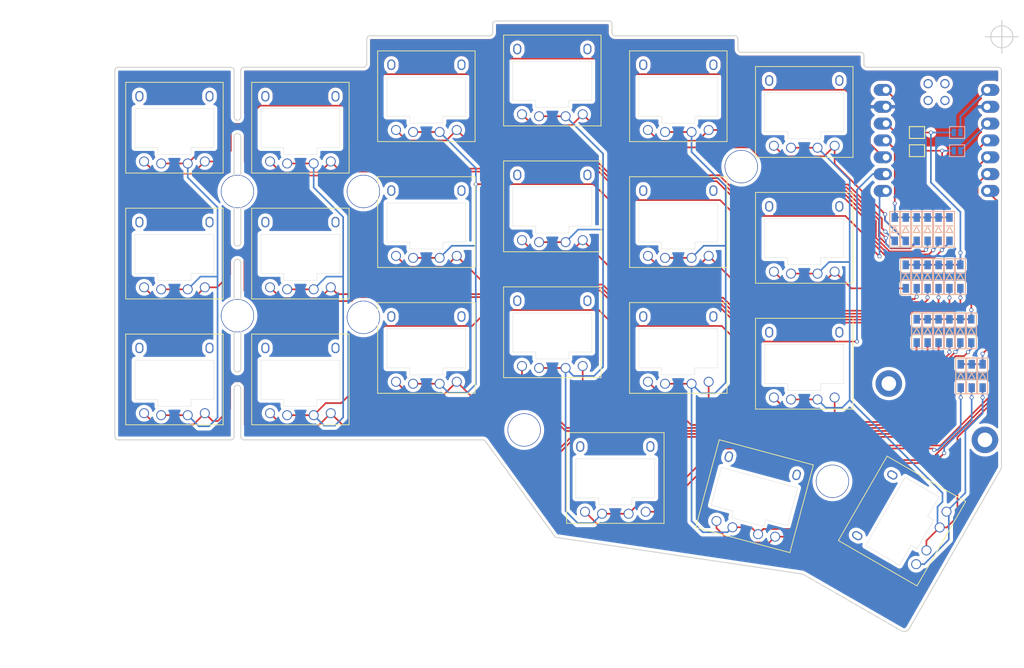
<source format=kicad_pcb>
(kicad_pcb (version 20211014) (generator pcbnew)
  (title_block (title "Crkbd") (date "2018/05/15") (rev "1.1") (company "foostan"))
  (layers (0 "F.Cu" signal) (31 "B.Cu" signal) (34 "B.Paste" user) (35 "F.Paste" user) (36 "B.SilkS" user "B.Silkscreen") (37 "F.SilkS" user "F.Silkscreen") (38 "B.Mask" user) (39 "F.Mask" user) (44 "Edge.Cuts" user))
  (net 0 "")
  (net 1 "row0")
  (net 2 "Net-(D1-Pad2)")
  (net 3 "row1")
  (net 4 "Net-(D2-Pad2)")
  (net 5 "row2")
  (net 6 "Net-(D3-Pad2)")
  (net 7 "row3")
  (net 8 "Net-(D4-Pad2)")
  (net 9 "Net-(D5-Pad2)")
  (net 10 "Net-(D6-Pad2)")
  (net 11 "Net-(D7-Pad2)")
  (net 12 "Net-(D8-Pad2)")
  (net 13 "Net-(D9-Pad2)")
  (net 14 "Net-(D10-Pad2)")
  (net 15 "Net-(D11-Pad2)")
  (net 16 "Net-(D12-Pad2)")
  (net 17 "Net-(D13-Pad2)")
  (net 18 "Net-(D14-Pad2)")
  (net 19 "Net-(D15-Pad2)")
  (net 20 "Net-(D16-Pad2)")
  (net 21 "Net-(D17-Pad2)")
  (net 22 "Net-(D18-Pad2)")
  (net 23 "Net-(D19-Pad2)")
  (net 24 "Net-(D20-Pad2)")
  (net 25 "Net-(D21-Pad2)")
  (net 26 "col0")
  (net 27 "col1")
  (net 28 "col2")
  (net 29 "col3")
  (net 30 "col4")
  (net 31 "col5")
  (net 32 "Net-(JP1-Pad1)")
  (net 33 "Net-(JP2-Pad1)")
  (net 38 "/GND")
  (net 39 "Net-(JP3-Pad1)")
  (net 40 "Net-(JP4-Pad1)")
  (footprint "KBD:D3_SMD" (layer "F.Cu") (at 186.9 92.45 -90)
    (fp_text reference "D1" hide)
    (fp_text value "D" hide)
  )
  (footprint "KBD:D3_SMD" (layer "F.Cu") (at 185.25 92.45 -90)
    (fp_text reference "D2" hide)
    (fp_text value "D" hide)
  )
  (footprint "KBD:D3_SMD" (layer "F.Cu") (at 183.6 92.45 -90)
    (fp_text reference "D3" hide)
    (fp_text value "D" hide)
  )
  (footprint "KBD:D3_SMD" (layer "F.Cu") (at 181.95 92.45 -90)
    (fp_text reference "D4" hide)
    (fp_text value "D" hide)
  )
  (footprint "KBD:D3_SMD" (layer "F.Cu") (at 178.65 92.45 -90)
    (fp_text reference "D5" hide)
    (fp_text value "D" hide)
  )
  (footprint "KBD:D3_SMD" (layer "F.Cu") (at 180.3 92.45 -90)
    (fp_text reference "D6" hide)
    (fp_text value "D" hide)
  )
  (footprint "KBD:D3_SMD" (layer "F.Cu") (at 188.55 99.6 -90)
    (fp_text reference "D7" hide)
    (fp_text value "D" hide)
  )
  (footprint "KBD:D3_SMD" (layer "F.Cu") (at 186.9 99.6 -90)
    (fp_text reference "D8" hide)
    (fp_text value "D" hide)
  )
  (footprint "KBD:D3_SMD" (layer "F.Cu") (at 185.25 99.6 -90)
    (fp_text reference "D9" hide)
    (fp_text value "D" hide)
  )
  (footprint "KBD:D3_SMD" (layer "F.Cu") (at 183.6 99.6 -90)
    (fp_text reference "D10" hide)
    (fp_text value "D" hide)
  )
  (footprint "KBD:D3_SMD" (layer "F.Cu") (at 181.95 99.6 -90)
    (fp_text reference "D11" hide)
    (fp_text value "D" hide)
  )
  (footprint "KBD:D3_SMD" (layer "F.Cu") (at 180.3 99.6 -90)
    (fp_text reference "D12" hide)
    (fp_text value "D" hide)
  )
  (footprint "KBD:D3_SMD" (layer "F.Cu") (at 190.2 107.8 -90)
    (fp_text reference "D13" hide)
    (fp_text value "D" hide)
  )
  (footprint "KBD:D3_SMD" (layer "F.Cu") (at 188.55 107.8 -90)
    (fp_text reference "D14" hide)
    (fp_text value "D" hide)
  )
  (footprint "KBD:D3_SMD" (layer "F.Cu") (at 186.9 107.8 -90)
    (fp_text reference "D15" hide)
    (fp_text value "D" hide)
  )
  (footprint "KBD:D3_SMD" (layer "F.Cu") (at 185.25 107.8 -90)
    (fp_text reference "D16" hide)
    (fp_text value "D" hide)
  )
  (footprint "KBD:D3_SMD" (layer "F.Cu") (at 183.6 107.8 -90)
    (fp_text reference "D17" hide)
    (fp_text value "D" hide)
  )
  (footprint "KBD:D3_SMD" (layer "F.Cu") (at 181.95 107.8 -90)
    (fp_text reference "D18" hide)
    (fp_text value "D" hide)
  )
  (footprint "KBD:D3_SMD" (layer "F.Cu") (at 188.6 114.6 -90)
    (fp_text reference "D19" hide)
    (fp_text value "D" hide)
  )
  (footprint "KBD:D3_SMD" (layer "F.Cu") (at 190.25 114.6 -90)
    (fp_text reference "D20" hide)
    (fp_text value "D" hide)
  )
  (footprint "KBD:D3_SMD" (layer "F.Cu") (at 191.9 114.6 -90)
    (fp_text reference "D21" hide)
    (fp_text value "D" hide)
  )
  (footprint "KBD:SW_Kailh_Choc_Mini_2" (layer "F.Cu") (at 70 77.125)
    (fp_text reference "SW1" hide)
    (fp_text value "SW_PUSH")
    (fp_line (start -2.5 3) (end -2.5 4.05) (layer "Edge.Cuts") (width 0.05))
    (fp_line (start -5.95 -2.9) (end -5.95 3) (layer "Edge.Cuts") (width 0.05))
    (fp_line (start -2.5 4.05) (end 2.5 4.05) (layer "Edge.Cuts") (width 0.05))
    (fp_line (start 5.95 3) (end 5.95 -2.9) (layer "Edge.Cuts") (width 0.05))
    (fp_line (start 2.5 3) (end 5.95 3) (layer "Edge.Cuts") (width 0.05))
    (fp_line (start -5.95 3) (end -2.5 3) (layer "Edge.Cuts") (width 0.05))
    (fp_line (start 5.95 -2.9) (end -5.95 -2.9) (layer "Edge.Cuts") (width 0.05))
    (fp_line (start 2.5 4.05) (end 2.5 3) (layer "Edge.Cuts") (width 0.05))
  )
  (footprint "KBD:SW_Kailh_Choc_Mini_2" (layer "F.Cu") (at 89 77.125)
    (fp_text reference "SW2" hide)
    (fp_text value "SW_PUSH")
    (fp_line (start 5.95 3) (end 5.95 -2.9) (layer "Edge.Cuts") (width 0.05))
    (fp_line (start -2.5 3) (end -2.5 4.05) (layer "Edge.Cuts") (width 0.05))
    (fp_line (start -2.5 4.05) (end 2.5 4.05) (layer "Edge.Cuts") (width 0.05))
    (fp_line (start 5.95 -2.9) (end -5.95 -2.9) (layer "Edge.Cuts") (width 0.05))
    (fp_line (start -5.95 -2.9) (end -5.95 3) (layer "Edge.Cuts") (width 0.05))
    (fp_line (start 2.5 4.05) (end 2.5 3) (layer "Edge.Cuts") (width 0.05))
    (fp_line (start -5.95 3) (end -2.5 3) (layer "Edge.Cuts") (width 0.05))
    (fp_line (start 2.5 3) (end 5.95 3) (layer "Edge.Cuts") (width 0.05))
  )
  (footprint "KBD:SW_Kailh_Choc_Mini_2" (layer "F.Cu") (at 108 72.375)
    (fp_text reference "SW3" hide)
    (fp_text value "SW_PUSH")
    (fp_line (start -5.95 3) (end -2.5 3) (layer "Edge.Cuts") (width 0.05))
    (fp_line (start -2.5 4.05) (end 2.5 4.05) (layer "Edge.Cuts") (width 0.05))
    (fp_line (start 5.95 3) (end 5.95 -2.9) (layer "Edge.Cuts") (width 0.05))
    (fp_line (start -2.5 3) (end -2.5 4.05) (layer "Edge.Cuts") (width 0.05))
    (fp_line (start 5.95 -2.9) (end -5.95 -2.9) (layer "Edge.Cuts") (width 0.05))
    (fp_line (start -5.95 -2.9) (end -5.95 3) (layer "Edge.Cuts") (width 0.05))
    (fp_line (start 2.5 4.05) (end 2.5 3) (layer "Edge.Cuts") (width 0.05))
    (fp_line (start 2.5 3) (end 5.95 3) (layer "Edge.Cuts") (width 0.05))
  )
  (footprint "KBD:SW_Kailh_Choc_Mini_2" (layer "F.Cu") (at 127 70)
    (fp_text reference "SW4" hide)
    (fp_text value "SW_PUSH")
    (fp_line (start 2.5 3) (end 5.95 3) (layer "Edge.Cuts") (width 0.05))
    (fp_line (start 5.95 3) (end 5.95 -2.9) (layer "Edge.Cuts") (width 0.05))
    (fp_line (start -5.95 -2.9) (end -5.95 3) (layer "Edge.Cuts") (width 0.05))
    (fp_line (start -2.5 3) (end -2.5 4.05) (layer "Edge.Cuts") (width 0.05))
    (fp_line (start 5.95 -2.9) (end -5.95 -2.9) (layer "Edge.Cuts") (width 0.05))
    (fp_line (start 2.5 4.05) (end 2.5 3) (layer "Edge.Cuts") (width 0.05))
    (fp_line (start -5.95 3) (end -2.5 3) (layer "Edge.Cuts") (width 0.05))
    (fp_line (start -2.5 4.05) (end 2.5 4.05) (layer "Edge.Cuts") (width 0.05))
  )
  (footprint "KBD:SW_Kailh_Choc_Mini_2" (layer "F.Cu") (at 146 72.375)
    (fp_text reference "SW5" hide)
    (fp_text value "SW_PUSH")
    (fp_line (start 5.95 -2.9) (end -5.95 -2.9) (layer "Edge.Cuts") (width 0.05))
    (fp_line (start -5.95 3) (end -2.5 3) (layer "Edge.Cuts") (width 0.05))
    (fp_line (start -2.5 3) (end -2.5 4.05) (layer "Edge.Cuts") (width 0.05))
    (fp_line (start -5.95 -2.9) (end -5.95 3) (layer "Edge.Cuts") (width 0.05))
    (fp_line (start -2.5 4.05) (end 2.5 4.05) (layer "Edge.Cuts") (width 0.05))
    (fp_line (start 2.5 3) (end 5.95 3) (layer "Edge.Cuts") (width 0.05))
    (fp_line (start 2.5 4.05) (end 2.5 3) (layer "Edge.Cuts") (width 0.05))
    (fp_line (start 5.95 3) (end 5.95 -2.9) (layer "Edge.Cuts") (width 0.05))
  )
  (footprint "KBD:SW_Kailh_Choc_Mini_2" (layer "F.Cu") (at 165 74.75)
    (fp_text reference "SW6" hide)
    (fp_text value "SW_PUSH")
    (fp_line (start -2.5 4.05) (end 2.5 4.05) (layer "Edge.Cuts") (width 0.05))
    (fp_line (start 5.95 3) (end 5.95 -2.9) (layer "Edge.Cuts") (width 0.05))
    (fp_line (start 2.5 4.05) (end 2.5 3) (layer "Edge.Cuts") (width 0.05))
    (fp_line (start 5.95 -2.9) (end -5.95 -2.9) (layer "Edge.Cuts") (width 0.05))
    (fp_line (start -5.95 3) (end -2.5 3) (layer "Edge.Cuts") (width 0.05))
    (fp_line (start -5.95 -2.9) (end -5.95 3) (layer "Edge.Cuts") (width 0.05))
    (fp_line (start 2.5 3) (end 5.95 3) (layer "Edge.Cuts") (width 0.05))
    (fp_line (start -2.5 3) (end -2.5 4.05) (layer "Edge.Cuts") (width 0.05))
  )
  (footprint "KBD:SW_Kailh_Choc_Mini_2" (layer "F.Cu") (at 70 96.125)
    (fp_text reference "SW7" hide)
    (fp_text value "SW_PUSH")
    (fp_line (start -5.95 3) (end -2.5 3) (layer "Edge.Cuts") (width 0.05))
    (fp_line (start -2.5 3) (end -2.5 4.05) (layer "Edge.Cuts") (width 0.05))
    (fp_line (start 5.95 -2.9) (end -5.95 -2.9) (layer "Edge.Cuts") (width 0.05))
    (fp_line (start -2.5 4.05) (end 2.5 4.05) (layer "Edge.Cuts") (width 0.05))
    (fp_line (start 2.5 3) (end 5.95 3) (layer "Edge.Cuts") (width 0.05))
    (fp_line (start 5.95 3) (end 5.95 -2.9) (layer "Edge.Cuts") (width 0.05))
    (fp_line (start -5.95 -2.9) (end -5.95 3) (layer "Edge.Cuts") (width 0.05))
    (fp_line (start 2.5 4.05) (end 2.5 3) (layer "Edge.Cuts") (width 0.05))
  )
  (footprint "KBD:SW_Kailh_Choc_Mini_2" (layer "F.Cu") (at 89 96.125)
    (fp_text reference "SW8" hide)
    (fp_text value "SW_PUSH")
    (fp_line (start -2.5 3) (end -2.5 4.05) (layer "Edge.Cuts") (width 0.05))
    (fp_line (start 5.95 -2.9) (end -5.95 -2.9) (layer "Edge.Cuts") (width 0.05))
    (fp_line (start -5.95 -2.9) (end -5.95 3) (layer "Edge.Cuts") (width 0.05))
    (fp_line (start 2.5 4.05) (end 2.5 3) (layer "Edge.Cuts") (width 0.05))
    (fp_line (start -5.95 3) (end -2.5 3) (layer "Edge.Cuts") (width 0.05))
    (fp_line (start 5.95 3) (end 5.95 -2.9) (layer "Edge.Cuts") (width 0.05))
    (fp_line (start 2.5 3) (end 5.95 3) (layer "Edge.Cuts") (width 0.05))
    (fp_line (start -2.5 4.05) (end 2.5 4.05) (layer "Edge.Cuts") (width 0.05))
  )
  (footprint "KBD:SW_Kailh_Choc_Mini_2" (layer "F.Cu") (at 108 91.375)
    (fp_text reference "SW9" hide)
    (fp_text value "SW_PUSH")
    (fp_line (start -2.5 4.05) (end 2.5 4.05) (layer "Edge.Cuts") (width 0.05))
    (fp_line (start -5.95 -2.9) (end -5.95 3) (layer "Edge.Cuts") (width 0.05))
    (fp_line (start -2.5 3) (end -2.5 4.05) (layer "Edge.Cuts") (width 0.05))
    (fp_line (start 5.95 3) (end 5.95 -2.9) (layer "Edge.Cuts") (width 0.05))
    (fp_line (start 2.5 3) (end 5.95 3) (layer "Edge.Cuts") (width 0.05))
    (fp_line (start 5.95 -2.9) (end -5.95 -2.9) (layer "Edge.Cuts") (width 0.05))
    (fp_line (start -5.95 3) (end -2.5 3) (layer "Edge.Cuts") (width 0.05))
    (fp_line (start 2.5 4.05) (end 2.5 3) (layer "Edge.Cuts") (width 0.05))
  )
  (footprint "KBD:SW_Kailh_Choc_Mini_2" (layer "F.Cu") (at 127 89)
    (fp_text reference "SW10" hide)
    (fp_text value "SW_PUSH")
    (fp_line (start -2.5 3) (end -2.5 4.05) (layer "Edge.Cuts") (width 0.05))
    (fp_line (start 5.95 -2.9) (end -5.95 -2.9) (layer "Edge.Cuts") (width 0.05))
    (fp_line (start 2.5 4.05) (end 2.5 3) (layer "Edge.Cuts") (width 0.05))
    (fp_line (start 5.95 3) (end 5.95 -2.9) (layer "Edge.Cuts") (width 0.05))
    (fp_line (start 2.5 3) (end 5.95 3) (layer "Edge.Cuts") (width 0.05))
    (fp_line (start -2.5 4.05) (end 2.5 4.05) (layer "Edge.Cuts") (width 0.05))
    (fp_line (start -5.95 3) (end -2.5 3) (layer "Edge.Cuts") (width 0.05))
    (fp_line (start -5.95 -2.9) (end -5.95 3) (layer "Edge.Cuts") (width 0.05))
  )
  (footprint "KBD:SW_Kailh_Choc_Mini_2" (layer "F.Cu") (at 146 91.375)
    (fp_text reference "SW11" hide)
    (fp_text value "SW_PUSH")
    (fp_line (start 5.95 3) (end 5.95 -2.9) (layer "Edge.Cuts") (width 0.05))
    (fp_line (start -5.95 3) (end -2.5 3) (layer "Edge.Cuts") (width 0.05))
    (fp_line (start 5.95 -2.9) (end -5.95 -2.9) (layer "Edge.Cuts") (width 0.05))
    (fp_line (start -2.5 3) (end -2.5 4.05) (layer "Edge.Cuts") (width 0.05))
    (fp_line (start -5.95 -2.9) (end -5.95 3) (layer "Edge.Cuts") (width 0.05))
    (fp_line (start 2.5 4.05) (end 2.5 3) (layer "Edge.Cuts") (width 0.05))
    (fp_line (start -2.5 4.05) (end 2.5 4.05) (layer "Edge.Cuts") (width 0.05))
    (fp_line (start 2.5 3) (end 5.95 3) (layer "Edge.Cuts") (width 0.05))
  )
  (footprint "KBD:SW_Kailh_Choc_Mini_2" (layer "F.Cu") (at 165 93.75)
    (fp_text reference "SW12" hide)
    (fp_text value "SW_PUSH")
    (fp_line (start -2.5 3) (end -2.5 4.05) (layer "Edge.Cuts") (width 0.05))
    (fp_line (start -5.95 3) (end -2.5 3) (layer "Edge.Cuts") (width 0.05))
    (fp_line (start 5.95 3) (end 5.95 -2.9) (layer "Edge.Cuts") (width 0.05))
    (fp_line (start 5.95 -2.9) (end -5.95 -2.9) (layer "Edge.Cuts") (width 0.05))
    (fp_line (start -2.5 4.05) (end 2.5 4.05) (layer "Edge.Cuts") (width 0.05))
    (fp_line (start 2.5 3) (end 5.95 3) (layer "Edge.Cuts") (width 0.05))
    (fp_line (start 2.5 4.05) (end 2.5 3) (layer "Edge.Cuts") (width 0.05))
    (fp_line (start -5.95 -2.9) (end -5.95 3) (layer "Edge.Cuts") (width 0.05))
  )
  (footprint "KBD:SW_Kailh_Choc_Mini_2" (layer "F.Cu") (at 70 115.125)
    (fp_text reference "SW13" hide)
    (fp_text value "SW_PUSH")
    (fp_line (start 2.5 3) (end 5.95 3) (layer "Edge.Cuts") (width 0.05))
    (fp_line (start 5.95 3) (end 5.95 -2.9) (layer "Edge.Cuts") (width 0.05))
    (fp_line (start -5.95 -2.9) (end -5.95 3) (layer "Edge.Cuts") (width 0.05))
    (fp_line (start -5.95 3) (end -2.5 3) (layer "Edge.Cuts") (width 0.05))
    (fp_line (start 5.95 -2.9) (end -5.95 -2.9) (layer "Edge.Cuts") (width 0.05))
    (fp_line (start 2.5 4.05) (end 2.5 3) (layer "Edge.Cuts") (width 0.05))
    (fp_line (start -2.5 4.05) (end 2.5 4.05) (layer "Edge.Cuts") (width 0.05))
    (fp_line (start -2.5 3) (end -2.5 4.05) (layer "Edge.Cuts") (width 0.05))
  )
  (footprint "KBD:SW_Kailh_Choc_Mini_2" (layer "F.Cu") (at 89 115.125)
    (fp_text reference "SW14" hide)
    (fp_text value "SW_PUSH")
    (fp_line (start 2.5 3) (end 5.95 3) (layer "Edge.Cuts") (width 0.05))
    (fp_line (start 2.5 4.05) (end 2.5 3) (layer "Edge.Cuts") (width 0.05))
    (fp_line (start -2.5 4.05) (end 2.5 4.05) (layer "Edge.Cuts") (width 0.05))
    (fp_line (start 5.95 -2.9) (end -5.95 -2.9) (layer "Edge.Cuts") (width 0.05))
    (fp_line (start -2.5 3) (end -2.5 4.05) (layer "Edge.Cuts") (width 0.05))
    (fp_line (start 5.95 3) (end 5.95 -2.9) (layer "Edge.Cuts") (width 0.05))
    (fp_line (start -5.95 3) (end -2.5 3) (layer "Edge.Cuts") (width 0.05))
    (fp_line (start -5.95 -2.9) (end -5.95 3) (layer "Edge.Cuts") (width 0.05))
  )
  (footprint "KBD:SW_Kailh_Choc_Mini_2" (layer "F.Cu") (at 108 110.375)
    (fp_text reference "SW15" hide)
    (fp_text value "SW_PUSH")
    (fp_line (start -2.5 3) (end -2.5 4.05) (layer "Edge.Cuts") (width 0.05))
    (fp_line (start -2.5 4.05) (end 2.5 4.05) (layer "Edge.Cuts") (width 0.05))
    (fp_line (start 5.95 -2.9) (end -5.95 -2.9) (layer "Edge.Cuts") (width 0.05))
    (fp_line (start -5.95 3) (end -2.5 3) (layer "Edge.Cuts") (width 0.05))
    (fp_line (start 2.5 3) (end 5.95 3) (layer "Edge.Cuts") (width 0.05))
    (fp_line (start -5.95 -2.9) (end -5.95 3) (layer "Edge.Cuts") (width 0.05))
    (fp_line (start 2.5 4.05) (end 2.5 3) (layer "Edge.Cuts") (width 0.05))
    (fp_line (start 5.95 3) (end 5.95 -2.9) (layer "Edge.Cuts") (width 0.05))
  )
  (footprint "KBD:SW_Kailh_Choc_Mini_2" (layer "F.Cu") (at 127 108)
    (fp_text reference "SW16" hide)
    (fp_text value "SW_PUSH")
    (fp_line (start 5.95 3) (end 5.95 -2.9) (layer "Edge.Cuts") (width 0.05))
    (fp_line (start 2.5 4.05) (end 2.5 3) (layer "Edge.Cuts") (width 0.05))
    (fp_line (start -5.95 3) (end -2.5 3) (layer "Edge.Cuts") (width 0.05))
    (fp_line (start -2.5 4.05) (end 2.5 4.05) (layer "Edge.Cuts") (width 0.05))
    (fp_line (start -2.5 3) (end -2.5 4.05) (layer "Edge.Cuts") (width 0.05))
    (fp_line (start 5.95 -2.9) (end -5.95 -2.9) (layer "Edge.Cuts") (width 0.05))
    (fp_line (start -5.95 -2.9) (end -5.95 3) (layer "Edge.Cuts") (width 0.05))
    (fp_line (start 2.5 3) (end 5.95 3) (layer "Edge.Cuts") (width 0.05))
  )
  (footprint "KBD:SW_Kailh_Choc_Mini_2" (layer "F.Cu") (at 146 110.375)
    (fp_text reference "SW17" hide)
    (fp_text value "SW_PUSH")
    (fp_line (start -5.95 -2.9) (end -5.95 3) (layer "Edge.Cuts") (width 0.05))
    (fp_line (start 5.95 3) (end 5.95 -2.9) (layer "Edge.Cuts") (width 0.05))
    (fp_line (start -5.95 3) (end -2.5 3) (layer "Edge.Cuts") (width 0.05))
    (fp_line (start 5.95 -2.9) (end -5.95 -2.9) (layer "Edge.Cuts") (width 0.05))
    (fp_line (start -2.5 4.05) (end 2.5 4.05) (layer "Edge.Cuts") (width 0.05))
    (fp_line (start 2.5 4.05) (end 2.5 3) (layer "Edge.Cuts") (width 0.05))
    (fp_line (start -2.5 3) (end -2.5 4.05) (layer "Edge.Cuts") (width 0.05))
    (fp_line (start 2.5 3) (end 5.95 3) (layer "Edge.Cuts") (width 0.05))
  )
  (footprint "KBD:SW_Kailh_Choc_Mini_2" (layer "F.Cu") (at 165 112.75)
    (fp_text reference "SW18" hide)
    (fp_text value "SW_PUSH")
    (fp_line (start 2.5 3) (end 5.95 3) (layer "Edge.Cuts") (width 0.05))
    (fp_line (start -2.5 4.05) (end 2.5 4.05) (layer "Edge.Cuts") (width 0.05))
    (fp_line (start 5.95 3) (end 5.95 -2.9) (layer "Edge.Cuts") (width 0.05))
    (fp_line (start 2.5 4.05) (end 2.5 3) (layer "Edge.Cuts") (width 0.05))
    (fp_line (start -5.95 3) (end -2.5 3) (layer "Edge.Cuts") (width 0.05))
    (fp_line (start 5.95 -2.9) (end -5.95 -2.9) (layer "Edge.Cuts") (width 0.05))
    (fp_line (start -5.95 -2.9) (end -5.95 3) (layer "Edge.Cuts") (width 0.05))
    (fp_line (start -2.5 3) (end -2.5 4.05) (layer "Edge.Cuts") (width 0.05))
  )
  (footprint "KBD:SW_Kailh_Choc_Mini_2" (layer "F.Cu") (at 136.5 130)
    (fp_text reference "SW19" hide)
    (fp_text value "SW_PUSH")
    (fp_line (start 5.95 -2.9) (end -5.95 -2.9) (layer "Edge.Cuts") (width 0.05))
    (fp_line (start -2.5 3) (end -2.5 4.05) (layer "Edge.Cuts") (width 0.05))
    (fp_line (start 5.95 3) (end 5.95 -2.9) (layer "Edge.Cuts") (width 0.05))
    (fp_line (start -5.95 3) (end -2.5 3) (layer "Edge.Cuts") (width 0.05))
    (fp_line (start 2.5 3) (end 5.95 3) (layer "Edge.Cuts") (width 0.05))
    (fp_line (start 2.5 4.05) (end 2.5 3) (layer "Edge.Cuts") (width 0.05))
    (fp_line (start -5.95 -2.9) (end -5.95 3) (layer "Edge.Cuts") (width 0.05))
    (fp_line (start -2.5 4.05) (end 2.5 4.05) (layer "Edge.Cuts") (width 0.05))
  )
  (footprint "KBD:SW_Kailh_Choc_Mini_2" (layer "F.Cu") (at 157.5 132.75 -15)
    (fp_text reference "SW20" hide)
    (fp_text value "SW_PUSH")
    (fp_line (start 5.95 -2.9) (end -5.95 -2.9) (layer "Edge.Cuts") (width 0.05))
    (fp_line (start -2.5 4.05) (end 2.5 4.05) (layer "Edge.Cuts") (width 0.05))
    (fp_line (start 2.5 3) (end 5.95 3) (layer "Edge.Cuts") (width 0.05))
    (fp_line (start 2.5 4.05) (end 2.5 3) (layer "Edge.Cuts") (width 0.05))
    (fp_line (start 5.95 3) (end 5.95 -2.9) (layer "Edge.Cuts") (width 0.05))
    (fp_line (start -5.95 -2.9) (end -5.95 3) (layer "Edge.Cuts") (width 0.05))
    (fp_line (start -2.5 3) (end -2.5 4.05) (layer "Edge.Cuts") (width 0.05))
    (fp_line (start -5.95 3) (end -2.5 3) (layer "Edge.Cuts") (width 0.05))
  )
  (footprint "KBD:SW_Kailh_Choc_Mini_2" (layer "F.Cu") (at 179.75 136.5 60)
    (fp_text reference "SW21" hide)
    (fp_text value "SW_PUSH")
    (fp_line (start 2.5 4.05) (end 2.5 3) (layer "Edge.Cuts") (width 0.05))
    (fp_line (start 2.5 3) (end 5.95 3) (layer "Edge.Cuts") (width 0.05))
    (fp_line (start -2.5 3) (end -2.5 4.05) (layer "Edge.Cuts") (width 0.05))
    (fp_line (start -2.5 4.05) (end 2.5 4.05) (layer "Edge.Cuts") (width 0.05))
    (fp_line (start 5.95 3) (end 5.95 -2.9) (layer "Edge.Cuts") (width 0.05))
    (fp_line (start 5.95 -2.9) (end -5.95 -2.9) (layer "Edge.Cuts") (width 0.05))
    (fp_line (start -5.95 3) (end -2.5 3) (layer "Edge.Cuts") (width 0.05))
    (fp_line (start -5.95 -2.9) (end -5.95 3) (layer "Edge.Cuts") (width 0.05))
  )
  (footprint "kbd:LEGO_HOLE" (layer "F.Cu") (at 177.75 115.75)
    (fp_text reference "" hide)
    (fp_text value "")
  )
  (footprint "kbd:LEGO_HOLE" (layer "F.Cu") (at 192.25 124.25)
    (fp_text reference "" hide)
    (fp_text value "")
  )
  (footprint "kbd:LEGO_HOLE" (layer "F.Cu") (at 79.5 86.75)
    (fp_text reference "" hide)
    (fp_text value "")
  )
  (footprint "kbd:LEGO_HOLE" (layer "F.Cu") (at 79.5 105.5)
    (fp_text reference "" hide)
    (fp_text value "")
  )
  (footprint "kbd:LEGO_HOLE" (layer "F.Cu") (at 98.5 86.75)
    (fp_text reference "" hide)
    (fp_text value "")
  )
  (footprint "kbd:LEGO_HOLE" (layer "F.Cu") (at 98.5 105.75)
    (fp_text reference "" hide)
    (fp_text value "")
  )
  (footprint "kbd:LEGO_HOLE" (layer "F.Cu") (at 155.5 83)
    (fp_text reference "" hide)
    (fp_text value "")
  )
  (footprint "kbd:LEGO_HOLE" (layer "F.Cu") (at 122.75 122.75)
    (fp_text reference "" hide)
    (fp_text value "")
  )
  (footprint "kbd:LEGO_HOLE" (layer "F.Cu") (at 169.25 130.5)
    (fp_text reference "" hide)
    (fp_text value "")
  )
  (footprint "KBD:Jumper" (layer "F.Cu") (at 182 77.85)
    (fp_text reference "JP1" hide)
    (fp_text value "Jumper_NO_Small-Device" hide)
  )
  (footprint "Xiao:xiao-tht" (layer "F.Cu") (at 184.95 79.05)
    (fp_text reference "U1" hide)
    (fp_text value "xiao" hide)
  )
  (footprint "KBD:Jumper" (layer "F.Cu") (at 182 80.6)
    (fp_text reference "JP3" hide)
    (fp_text value "Jumper_NO_Small-Device" hide)
  )
  (footprint "KBD:Jumper" (layer "B.Cu") (at 188.05 77.85 180)
    (fp_text reference "JP2" hide)
    (fp_text value "Jumper_NO_Small-Device" hide)
  )
  (footprint "KBD:Jumper" (layer "B.Cu") (at 188.05 80.6 180)
    (fp_text reference "JP4" hide)
    (fp_text value "Jumper_NO_Small-Device" hide)
  )
  (gr_arc (start 174.5 68) (mid 174.146447 67.853553) (end 174 67.5) (layer "Edge.Cuts") (width 0.15))
  (gr_line (start 155 65.25) (end 155 63.75) (layer "Edge.Cuts") (width 0.15))
  (gr_arc (start 180.8 152.8) (mid 180.232635 153.169741) (end 179.57 153.03) (layer "Edge.Cuts") (width 0.15))
  (gr_line (start 164.75 144.5) (end 179.57 153.03) (layer "Edge.Cuts") (width 0.15))
  (gr_line (start 80 97.5) (end 80 113.5) (layer "Edge.Cuts") (width 0.15))
  (gr_arc (start 135.5 61) (mid 135.853553 61.146447) (end 136 61.5) (layer "Edge.Cuts") (width 0.15))
  (gr_line (start 80 116.5) (end 80 123.75) (layer "Edge.Cuts") (width 0.15))
  (gr_line (start 79 123.75) (end 79 116.5) (layer "Edge.Cuts") (width 0.15))
  (gr_line (start 154.5 63.25) (end 136.5 63.25) (layer "Edge.Cuts") (width 0.15))
  (gr_arc (start 79 97.5) (mid 79.146447 97.146447) (end 79.5 97) (layer "Edge.Cuts") (width 0.15))
  (gr_line (start 136 62.75) (end 136 61.5) (layer "Edge.Cuts") (width 0.15))
  (gr_line (start 180.8 152.8) (end 194.75 128.5) (layer "Edge.Cuts") (width 0.15))
  (gr_arc (start 127.75 139) (mid 127.559825 138.962421) (end 127.398237 138.855334) (layer "Edge.Cuts") (width 0.15))
  (gr_line (start 80 94.5) (end 80 78.5) (layer "Edge.Cuts") (width 0.15))
  (gr_line (start 127.75 139) (end 164.75 144.5) (layer "Edge.Cuts") (width 0.15))
  (gr_line (start 117.5 63.25) (end 99.5 63.25) (layer "Edge.Cuts") (width 0.15))
  (gr_line (start 174 66.25) (end 174 67.5) (layer "Edge.Cuts") (width 0.15))
  (gr_arc (start 154.5 63.25) (mid 154.853553 63.396447) (end 155 63.75) (layer "Edge.Cuts") (width 0.15))
  (gr_arc (start 79.5 78) (mid 79.853553 78.146447) (end 80 78.5) (layer "Edge.Cuts") (width 0.15))
  (gr_line (start 194.25 68) (end 174.5 68) (layer "Edge.Cuts") (width 0.15))
  (gr_arc (start 79.5 76) (mid 79.146447 75.853553) (end 79 75.5) (layer "Edge.Cuts") (width 0.15))
  (gr_line (start 116.5 124.25) (end 80.5 124.25) (layer "Edge.Cuts") (width 0.15))
  (gr_line (start 118 61.5) (end 118 62.75) (layer "Edge.Cuts") (width 0.15))
  (gr_line (start 116.853553 124.396447) (end 127.398237 138.855334) (layer "Edge.Cuts") (width 0.15))
  (gr_arc (start 116.5 124.25) (mid 116.691342 124.28806) (end 116.853553 124.396447) (layer "Edge.Cuts") (width 0.15))
  (gr_line (start 61 68.5) (end 61 123.75) (layer "Edge.Cuts") (width 0.15))
  (gr_arc (start 61 68.5) (mid 61.146447 68.146447) (end 61.5 68) (layer "Edge.Cuts") (width 0.15))
  (gr_arc (start 79 78.5) (mid 79.146447 78.146447) (end 79.5 78) (layer "Edge.Cuts") (width 0.15))
  (gr_arc (start 118 62.75) (mid 117.853553 63.103553) (end 117.5 63.25) (layer "Edge.Cuts") (width 0.15))
  (gr_arc (start 80 94.5) (mid 79.853553 94.853553) (end 79.5 95) (layer "Edge.Cuts") (width 0.15))
  (gr_line (start 135.5 61) (end 118.5 61) (layer "Edge.Cuts") (width 0.15))
  (gr_arc (start 173.5 65.75) (mid 173.853553 65.896447) (end 174 66.25) (layer "Edge.Cuts") (width 0.15))
  (gr_arc (start 80 75.5) (mid 79.853553 75.853553) (end 79.5 76) (layer "Edge.Cuts") (width 0.15))
  (gr_arc (start 99 63.75) (mid 99.146447 63.396447) (end 99.5 63.25) (layer "Edge.Cuts") (width 0.15))
  (gr_line (start 99 63.75) (end 99 67.5) (layer "Edge.Cuts") (width 0.15))
  (gr_line (start 79 68.5) (end 79 75.5) (layer "Edge.Cuts") (width 0.15))
  (gr_arc (start 118 61.5) (mid 118.146447 61.146447) (end 118.5 61) (layer "Edge.Cuts") (width 0.15))
  (gr_line (start 98.5 68) (end 80.5 68) (layer "Edge.Cuts") (width 0.15))
  (gr_arc (start 194.25 68) (mid 194.603553 68.146447) (end 194.75 68.5) (layer "Edge.Cuts") (width 0.15))
  (gr_arc (start 78.5 68) (mid 78.853553 68.146447) (end 79 68.5) (layer "Edge.Cuts") (width 0.15))
  (gr_arc (start 79.5 114) (mid 79.146447 113.853553) (end 79 113.5) (layer "Edge.Cuts") (width 0.15))
  (gr_arc (start 99 67.5) (mid 98.853553 67.853553) (end 98.5 68) (layer "Edge.Cuts") (width 0.15))
  (gr_arc (start 79.5 97) (mid 79.853553 97.146447) (end 80 97.5) (layer "Edge.Cuts") (width 0.15))
  (gr_line (start 80 75.5) (end 80 68.5) (layer "Edge.Cuts") (width 0.15))
  (gr_line (start 79 113.5) (end 79 97.5) (layer "Edge.Cuts") (width 0.15))
  (gr_arc (start 79.5 95) (mid 79.146447 94.853553) (end 79 94.5) (layer "Edge.Cuts") (width 0.15))
  (gr_arc (start 136.5 63.25) (mid 136.146447 63.103553) (end 136 62.75) (layer "Edge.Cuts") (width 0.15))
  (gr_arc (start 80.5 124.25) (mid 80.146447 124.103553) (end 80 123.75) (layer "Edge.Cuts") (width 0.15))
  (gr_arc (start 79 116.5) (mid 79.146447 116.146447) (end 79.5 116) (layer "Edge.Cuts") (width 0.15))
  (gr_arc (start 80 68.5) (mid 80.146447 68.146447) (end 80.5 68) (layer "Edge.Cuts") (width 0.15))
  (gr_arc (start 155.5 65.75) (mid 155.146447 65.603553) (end 155 65.25) (layer "Edge.Cuts") (width 0.15))
  (gr_arc (start 79 123.75) (mid 78.853553 124.103553) (end 78.5 124.25) (layer "Edge.Cuts") (width 0.15))
  (gr_line (start 78.5 68) (end 61.5 68) (layer "Edge.Cuts") (width 0.15))
  (gr_arc (start 80 113.5) (mid 79.853553 113.853553) (end 79.5 114) (layer "Edge.Cuts") (width 0.15))
  (gr_line (start 194.75 68.5) (end 194.75 128.5) (layer "Edge.Cuts") (width 0.15))
  (gr_arc (start 79.5 116) (mid 79.853553 116.146447) (end 80 116.5) (layer "Edge.Cuts") (width 0.15))
  (gr_line (start 61.5 124.25) (end 78.5 124.25) (layer "Edge.Cuts") (width 0.15))
  (gr_arc (start 61.5 124.25) (mid 61.146447 124.103553) (end 61 123.75) (layer "Edge.Cuts") (width 0.15))
  (gr_line (start 79 78.5) (end 79 94.5) (layer "Edge.Cuts") (width 0.15))
  (gr_line (start 173.5 65.75) (end 155.5 65.75) (layer "Edge.Cuts") (width 0.15))
  (target plus (at 194.8 63.4) (size 5) (width 0.15) (layer "Edge.Cuts"))
  (segment (start 178.65 90.675) (end 178.65 88.55) (width 0.25) (layer "F.Cu") (net 1))
  (segment (start 186.9 90.675) (end 178.65 90.675) (width 0.25) (layer "F.Cu") (net 1))
  (segment (start 178.65 80.37) (end 177.33 79.05) (width 0.25) (layer "F.Cu") (net 1))
  (segment (start 178.65 88.55) (end 178.65 80.37) (width 0.25) (layer "F.Cu") (net 1))
  (via (at 178.65 88.55) (size 0.6) (drill 0.4) (layers "F.Cu" "B.Cu") (net 1))
  (segment (start 178.65 90.675) (end 186.9 90.675) (width 0.25) (layer "B.Cu") (net 1))
  (segment (start 178.65 90.675) (end 178.65 88.55) (width 0.25) (layer "B.Cu") (net 1))
  (segment (start 67.245 84.05) (end 72.755 84.05) (width 0.25) (layer "F.Cu") (net 2))
  (segment (start 78.5 80.6) (end 78.5 77.75) (width 0.25) (layer "F.Cu") (net 2))
  (segment (start 133.1 82.85) (end 135.45 85.2) (width 0.25) (layer "F.Cu") (net 2))
  (segment (start 95.2 83.75) (end 120.25 83.75) (width 0.25) (layer "F.Cu") (net 2))
  (segment (start 121.15 82.85) (end 133.1 82.85) (width 0.25) (layer "F.Cu") (net 2))
  (segment (start 80.6 82.25) (end 82.7 84.35) (width 0.25) (layer "F.Cu") (net 2))
  (segment (start 78.5 77.75) (end 79 77.25) (width 0.25) (layer "F.Cu") (net 2))
  (segment (start 184.65 96.7) (end 185.75 95.6) (width 0.25) (layer "F.Cu") (net 2))
  (segment (start 72.755 84.05) (end 74.58 82.225) (width 0.25) (layer "F.Cu") (net 2))
  (segment (start 174.9 91.6) (end 174.9 94.109188) (width 0.25) (layer "F.Cu") (net 2))
  (segment (start 120.25 83.75) (end 121.15 82.85) (width 0.25) (layer "F.Cu") (net 2))
  (segment (start 80.6 77.8) (end 80.6 82.25) (width 0.25) (layer "F.Cu") (net 2))
  (segment (start 135.45 85.2) (end 151.8 85.2) (width 0.25) (layer "F.Cu") (net 2))
  (segment (start 74.58 82.225) (end 76.875 82.225) (width 0.25) (layer "F.Cu") (net 2))
  (segment (start 151.8 85.2) (end 154.1 87.5) (width 0.25) (layer "F.Cu") (net 2))
  (segment (start 170.8 87.5) (end 174.9 91.6) (width 0.25) (layer "F.Cu") (net 2))
  (segment (start 177.490812 96.7) (end 184.65 96.7) (width 0.25) (layer "F.Cu") (net 2))
  (segment (start 80.05 77.25) (end 80.6 77.8) (width 0.25) (layer "F.Cu") (net 2))
  (segment (start 65.42 82.225) (end 67.245 84.05) (width 0.25) (layer "F.Cu") (net 2))
  (segment (start 94.6 84.35) (end 95.2 83.75) (width 0.25) (layer "F.Cu") (net 2))
  (segment (start 76.875 82.225) (end 78.5 80.6) (width 0.25) (layer "F.Cu") (net 2))
  (segment (start 79 77.25) (end 80.05 77.25) (width 0.25) (layer "F.Cu") (net 2))
  (segment (start 82.7 84.35) (end 94.6 84.35) (width 0.25) (layer "F.Cu") (net 2))
  (segment (start 154.1 87.5) (end 170.8 87.5) (width 0.25) (layer "F.Cu") (net 2))
  (segment (start 174.9 94.109188) (end 177.490812 96.7) (width 0.25) (layer "F.Cu") (net 2))
  (segment (start 185.75 95.6) (end 186.9 94.45) (width 0.25) (layer "F.Cu") (net 2))
  (via (at 185.75 95.6) (size 0.6) (drill 0.4) (layers "F.Cu" "B.Cu") (net 2))
  (segment (start 186.9 94.45) (end 185.75 95.6) (width 0.25) (layer "B.Cu") (net 2))
  (segment (start 188.55 96) (end 188.55 97.825) (width 0.25) (layer "F.Cu") (net 3))
  (segment (start 180.3 97.825) (end 188.55 97.825) (width 0.25) (layer "F.Cu") (net 3))
  (segment (start 182.50038 77.85) (end 184.1 77.85) (width 0.25) (layer "F.Cu") (net 3))
  (via (at 188.55 96) (size 0.6) (drill 0.4) (layers "F.Cu" "B.Cu") (net 3))
  (via (at 184.1 77.85) (size 0.6) (drill 0.4) (layers "F.Cu" "B.Cu") (net 3))
  (segment (start 188.55 97.825) (end 188.55 96) (width 0.25) (layer "B.Cu") (net 3))
  (segment (start 188.55 89.85) (end 184.1 85.4) (width 0.25) (layer "B.Cu") (net 3))
  (segment (start 188.55 97.825) (end 180.3 97.825) (width 0.25) (layer "B.Cu") (net 3))
  (segment (start 188.55 96) (end 188.55 89.85) (width 0.25) (layer "B.Cu") (net 3))
  (segment (start 184.1 85.4) (end 184.1 77.85) (width 0.25) (layer "B.Cu") (net 3))
  (segment (start 184.1 77.85) (end 187.54962 77.85) (width 0.25) (layer "B.Cu") (net 3))
  (segment (start 91.905 83.9) (end 86.095 83.9) (width 0.25) (layer "F.Cu") (net 4))
  (segment (start 184.45 95.6) (end 183.8 96.25) (width 0.25) (layer "F.Cu") (net 4))
  (segment (start 175.35 91.756802) (end 175.35 93.922792) (width 0.25) (layer "F.Cu") (net 4))
  (segment (start 135.636396 84.75) (end 151.986396 84.75) (width 0.25) (layer "F.Cu") (net 4))
  (segment (start 175.356802 91.75) (end 175.35 91.756802) (width 0.25) (layer "F.Cu") (net 4))
  (segment (start 120.963604 82.4) (end 133.286396 82.4) (width 0.25) (layer "F.Cu") (net 4))
  (segment (start 94.655 83.3) (end 120.063604 83.3) (width 0.25) (layer "F.Cu") (net 4))
  (segment (start 86.095 83.9) (end 84.42 82.225) (width 0.25) (layer "F.Cu") (net 4))
  (segment (start 93.58 82.225) (end 94.655 83.3) (width 0.25) (layer "F.Cu") (net 4))
  (segment (start 183.8 96.25) (end 177.677208 96.25) (width 0.25) (layer "F.Cu") (net 4))
  (segment (start 154.286396 87.05) (end 171 87.05) (width 0.25) (layer "F.Cu") (net 4))
  (segment (start 133.286396 82.4) (end 135.636396 84.75) (width 0.25) (layer "F.Cu") (net 4))
  (segment (start 185.25 94.8) (end 184.45 95.6) (width 0.25) (layer "F.Cu") (net 4))
  (segment (start 175.35 93.922792) (end 177.677208 96.25) (width 0.25) (layer "F.Cu") (net 4))
  (segment (start 93.58 82.225) (end 91.905 83.9) (width 0.25) (layer "F.Cu") (net 4))
  (segment (start 175.356802 91.406802) (end 175.356802 91.75) (width 0.25) (layer "F.Cu") (net 4))
  (segment (start 171 87.05) (end 175.356802 91.406802) (width 0.25) (layer "F.Cu") (net 4))
  (segment (start 120.063604 83.3) (end 120.963604 82.4) (width 0.25) (layer "F.Cu") (net 4))
  (segment (start 185.25 94.225) (end 185.25 94.8) (width 0.25) (layer "F.Cu") (net 4))
  (segment (start 151.986396 84.75) (end 154.286396 87.05) (width 0.25) (layer "F.Cu") (net 4))
  (via (at 184.45 95.6) (size 0.6) (drill 0.4) (layers "F.Cu" "B.Cu") (net 4))
  (segment (start 185.25 94.225) (end 185.25 94.8) (width 0.25) (layer "B.Cu") (net 4))
  (segment (start 185.25 94.8) (end 184.45 95.6) (width 0.25) (layer "B.Cu") (net 4))
  (segment (start 190.2 89.8) (end 185.8 85.4) (width 0.25) (layer "F.Cu") (net 5))
  (segment (start 181.95 106.025) (end 190.2 106.025) (width 0.25) (layer "F.Cu") (net 5))
  (segment (start 185.8 85.4) (end 185.8 80.6) (width 0.25) (layer "F.Cu") (net 5))
  (segment (start 190.2 104.65) (end 190.2 89.8) (width 0.25) (layer "F.Cu") (net 5))
  (segment (start 182.50038 80.6) (end 185.8 80.6) (width 0.25) (layer "F.Cu") (net 5))
  (segment (start 190.2 106.025) (end 190.2 104.65) (width 0.25) (layer "F.Cu") (net 5))
  (via (at 185.8 80.6) (size 0.6) (drill 0.4) (layers "F.Cu" "B.Cu") (net 5))
  (via (at 190.2 104.65) (size 0.6) (drill 0.4) (layers "F.Cu" "B.Cu") (net 5))
  (segment (start 185.8 80.6) (end 187.54962 80.6) (width 0.25) (layer "B.Cu") (net 5))
  (segment (start 190.2 106.025) (end 181.95 106.025) (width 0.25) (layer "B.Cu") (net 5))
  (segment (start 190.2 104.65) (end 190.2 106.025) (width 0.25) (layer "B.Cu") (net 5))
  (segment (start 177.863604 95.8) (end 183.1 95.8) (width 0.25) (layer "F.Cu") (net 6))
  (segment (start 103.42 77.475) (end 104.995 79.05) (width 0.25) (layer "F.Cu") (net 6))
  (segment (start 135.822792 84.3) (end 152.172792 84.3) (width 0.25) (layer "F.Cu") (net 6))
  (segment (start 183.35 95.55) (end 183.6 95.3) (width 0.25) (layer "F.Cu") (net 6))
  (segment (start 152.172792 84.3) (end 154.472792 86.6) (width 0.25) (layer "F.Cu") (net 6))
  (segment (start 117.055 81.95) (end 133.472792 81.95) (width 0.25) (layer "F.Cu") (net 6))
  (segment (start 154.472792 86.6) (end 171.186396 86.6) (width 0.25) (layer "F.Cu") (net 6))
  (segment (start 111.005 79.05) (end 112.58 77.475) (width 0.25) (layer "F.Cu") (net 6))
  (segment (start 133.472792 81.95) (end 135.822792 84.3) (width 0.25) (layer "F.Cu") (net 6))
  (segment (start 175.806802 92.8) (end 175.8 92.806802) (width 0.25) (layer "F.Cu") (net 6))
  (segment (start 175.806802 91.220406) (end 175.806802 92.8) (width 0.25) (layer "F.Cu") (net 6))
  (segment (start 183.1 95.8) (end 183.35 95.55) (width 0.25) (layer "F.Cu") (net 6))
  (segment (start 112.58 77.475) (end 117.055 81.95) (width 0.25) (layer "F.Cu") (net 6))
  (segment (start 175.8 92.806802) (end 175.8 93.736396) (width 0.25) (layer "F.Cu") (net 6))
  (segment (start 175.8 93.736396) (end 177.863604 95.8) (width 0.25) (layer "F.Cu") (net 6))
  (segment (start 183.6 95.3) (end 183.6 94.225) (width 0.25) (layer "F.Cu") (net 6))
  (segment (start 171.218198 86.631802) (end 175.806802 91.220406) (width 0.25) (layer "F.Cu") (net 6))
  (segment (start 104.995 79.05) (end 111.005 79.05) (width 0.25) (layer "F.Cu") (net 6))
  (via (at 183.35 95.55) (size 0.6) (drill 0.4) (layers "F.Cu" "B.Cu") (net 6))
  (segment (start 183.6 95.3) (end 183.35 95.55) (width 0.25) (layer "B.Cu") (net 6))
  (segment (start 183.6 94.225) (end 183.6 95.3) (width 0.25) (layer "B.Cu") (net 6))
  (segment (start 188.6 112.825) (end 191.9 112.825) (width 0.25) (layer "F.Cu") (net 7))
  (segment (start 191.9 111.25) (end 191.9 112.825) (width 0.25) (layer "F.Cu") (net 7))
  (segment (start 190.25 87.722792) (end 192.6 90.072792) (width 0.25) (layer "F.Cu") (net 7))
  (segment (start 190.25 81.37) (end 190.25 87.722792) (width 0.25) (layer "F.Cu") (net 7))
  (segment (start 192.6 90.072792) (end 192.6 110.55) (width 0.25) (layer "F.Cu") (net 7))
  (segment (start 192.57 79.05) (end 190.25 81.37) (width 0.25) (layer "F.Cu") (net 7))
  (segment (start 191.9 111.25) (end 192.6 110.55) (width 0.25) (layer "F.Cu") (net 7))
  (via (at 191.9 111.25) (size 0.6) (drill 0.4) (layers "F.Cu" "B.Cu") (net 7))
  (segment (start 188.6 112.825) (end 191.9 112.825) (width 0.25) (layer "B.Cu") (net 7))
  (segment (start 191.9 112.825) (end 191.9 111.25) (width 0.25) (layer "B.Cu") (net 7))
  (segment (start 122.42 75.1) (end 124.07 76.75) (width 0.25) (layer "F.Cu") (net 8))
  (segment (start 176.256802 92.756802) (end 176.256802 93.543198) (width 0.25) (layer "F.Cu") (net 8))
  (segment (start 176.256802 92.71498) (end 176.256802 92.543198) (width 0.25) (layer "F.Cu") (net 8))
  (segment (start 176.25 93.55) (end 178.05 95.35) (width 0.25) (layer "F.Cu") (net 8))
  (segment (start 124.07 76.75) (end 129.93 76.75) (width 0.25) (layer "F.Cu") (net 8))
  (segment (start 178.05 95.35) (end 181 95.35) (width 0.25) (layer "F.Cu") (net 8))
  (segment (start 181 95.35) (end 181.95 94.4) (width 0.25) (layer "F.Cu") (net 8))
  (segment (start 171.372792 86.15) (end 176.256802 91.03401) (width 0.25) (layer "F.Cu") (net 8))
  (segment (start 177.295911 93.754089) (end 176.256802 92.71498) (width 0.25) (layer "F.Cu") (net 8))
  (segment (start 176.256802 91.03401) (end 176.256802 92.543198) (width 0.25) (layer "F.Cu") (net 8))
  (segment (start 176.256802 93.543198) (end 176.25 93.55) (width 0.25) (layer "F.Cu") (net 8))
  (segment (start 129.93 76.75) (end 131.58 75.1) (width 0.25) (layer "F.Cu") (net 8))
  (segment (start 156.8 80.1) (end 162.85 86.15) (width 0.25) (layer "F.Cu") (net 8))
  (segment (start 131.58 75.1) (end 136.58 80.1) (width 0.25) (layer "F.Cu") (net 8))
  (segment (start 136.58 80.1) (end 156.8 80.1) (width 0.25) (layer "F.Cu") (net 8))
  (segment (start 162.85 86.15) (end 171.372792 86.15) (width 0.25) (layer "F.Cu") (net 8))
  (segment (start 176.256802 92.543198) (end 176.256802 92.756802) (width 0.25) (layer "F.Cu") (net 8))
  (via (at 177.295911 93.754089) (size 0.6) (drill 0.4) (layers "F.Cu" "B.Cu") (net 8))
  (segment (start 177.3 94.1) (end 177.3 93.758178) (width 0.25) (layer "B.Cu") (net 8))
  (segment (start 177.3 93.758178) (end 177.295911 93.754089) (width 0.25) (layer "B.Cu") (net 8))
  (segment (start 177.3 94.65) (end 177.3 94.1) (width 0.25) (layer "B.Cu") (net 8))
  (segment (start 181.95 94.225) (end 180.975 95.2) (width 0.25) (layer "B.Cu") (net 8))
  (segment (start 180.975 95.2) (end 177.85 95.2) (width 0.25) (layer "B.Cu") (net 8))
  (segment (start 177.85 95.2) (end 177.3 94.65) (width 0.25) (layer "B.Cu") (net 8))
  (segment (start 177.2375 92.8125) (end 176.706802 92.281802) (width 0.25) (layer "F.Cu") (net 9))
  (segment (start 176.706802 92.281802) (end 176.706802 90.843198) (width 0.25) (layer "F.Cu") (net 9))
  (segment (start 150.58 77.475) (end 154.811396 77.475) (width 0.25) (layer "F.Cu") (net 9))
  (segment (start 163.036396 85.7) (end 171.559188 85.7) (width 0.25) (layer "F.Cu") (net 9))
  (segment (start 141.42 77.475) (end 143.045 79.1) (width 0.25) (layer "F.Cu") (net 9))
  (segment (start 176.706802 90.843198) (end 176.702386 90.843198) (width 0.25) (layer "F.Cu") (net 9))
  (segment (start 148.955 79.1) (end 150.58 77.475) (width 0.25) (layer "F.Cu") (net 9))
  (segment (start 154.811396 77.475) (end 163.036396 85.7) (width 0.25) (layer "F.Cu") (net 9))
  (segment (start 171.559188 85.7) (end 176.702386 90.843198) (width 0.25) (layer "F.Cu") (net 9))
  (segment (start 178.65 94.225) (end 177.2375 92.8125) (width 0.25) (layer "F.Cu") (net 9))
  (segment (start 143.045 79.1) (end 148.955 79.1) (width 0.25) (layer "F.Cu") (net 9))
  (via (at 177.2375 92.8125) (size 0.6) (drill 0.4) (layers "F.Cu" "B.Cu") (net 9))
  (segment (start 178.65 94.225) (end 177.2375 92.8125) (width 0.25) (layer "B.Cu") (net 9))
  (segment (start 162.02 81.45) (end 167.98 81.45) (width 0.25) (layer "F.Cu") (net 10))
  (segment (start 167.98 81.45) (end 169.58 79.85) (width 0.25) (layer "F.Cu") (net 10))
  (segment (start 177.2 90.2) (end 176.125 89.125) (width 0.25) (layer "F.Cu") (net 10))
  (segment (start 177.156802 91.081802) (end 177.156802 90.156802) (width 0.25) (layer "F.Cu") (net 10))
  (segment (start 160.42 79.85) (end 162.02 81.45) (width 0.25) (layer "F.Cu") (net 10))
  (segment (start 177.156802 90.156802) (end 176.125 89.125) (width 0.25) (layer "F.Cu") (net 10))
  (segment (start 180.3 94.225) (end 177.156802 91.081802) (width 0.25) (layer "F.Cu") (net 10))
  (segment (start 176.125 89.125) (end 169.58 82.58) (width 0.25) (layer "F.Cu") (net 10))
  (segment (start 169.58 79.85) (end 169.58 82.58) (width 0.25) (layer "F.Cu") (net 10))
  (via (at 177.2 90.2) (size 0.6) (drill 0.4) (layers "F.Cu" "B.Cu") (net 10))
  (segment (start 177.2 91.15) (end 177.2 90.2) (width 0.25) (layer "B.Cu") (net 10))
  (segment (start 180.275 94.225) (end 177.2 91.15) (width 0.25) (layer "B.Cu") (net 10))
  (segment (start 72.705 103.1) (end 74.58 101.225) (width 0.25) (layer "F.Cu") (net 11))
  (segment (start 67.295 103.1) (end 72.705 103.1) (width 0.25) (layer "F.Cu") (net 11))
  (segment (start 65.42 101.225) (end 67.295 103.1) (width 0.25) (layer "F.Cu") (net 11))
  (segment (start 78.95 96.2) (end 80.1 96.2) (width 0.25) (layer "F.Cu") (net 11))
  (segment (start 188.55 103.95) (end 188.55 102.8) (width 0.25) (layer "F.Cu") (net 11))
  (segment (start 187.7 104.8) (end 188.55 103.95) (width 0.25) (layer "F.Cu") (net 11))
  (segment (start 188.55 102.8) (end 188.55 101.375) (width 0.25) (layer "F.Cu") (net 11))
  (segment (start 120.15 102.7) (end 121.15 101.7) (width 0.25) (layer "F.Cu") (net 11))
  (segment (start 181.4 104.8) (end 187.7 104.8) (width 0.25) (layer "F.Cu") (net 11))
  (segment (start 136.65 104.15) (end 152.2 104.15) (width 0.25) (layer "F.Cu") (net 11))
  (segment (start 96.7 103.3) (end 97.3 102.7) (width 0.25) (layer "F.Cu") (net 11))
  (segment (start 78.4 96.75) (end 78.95 96.2) (width 0.25) (layer "F.Cu") (net 11))
  (segment (start 179.65 106.55) (end 181.4 104.8) (width 0.25) (layer "F.Cu") (net 11))
  (segment (start 152.2 104.15) (end 154.6 106.55) (width 0.25) (layer "F.Cu") (net 11))
  (segment (start 97.3 102.7) (end 120.15 102.7) (width 0.25) (layer "F.Cu") (net 11))
  (segment (start 74.58 101.225) (end 76.425 101.225) (width 0.25) (layer "F.Cu") (net 11))
  (segment (start 154.6 106.55) (end 179.65 106.55) (width 0.25) (layer "F.Cu") (net 11))
  (segment (start 82.15 103.3) (end 96.7 103.3) (width 0.25) (layer "F.Cu") (net 11))
  (segment (start 80.1 96.2) (end 80.55 96.65) (width 0.25) (layer "F.Cu") (net 11))
  (segment (start 78.4 99.25) (end 78.4 96.75) (width 0.25) (layer "F.Cu") (net 11))
  (segment (start 134.2 101.7) (end 136.65 104.15) (width 0.25) (layer "F.Cu") (net 11))
  (segment (start 80.55 101.7) (end 82.15 103.3) (width 0.25) (layer "F.Cu") (net 11))
  (segment (start 121.15 101.7) (end 134.2 101.7) (width 0.25) (layer "F.Cu") (net 11))
  (segment (start 80.55 96.65) (end 80.55 101.7) (width 0.25) (layer "F.Cu") (net 11))
  (segment (start 76.425 101.225) (end 78.4 99.25) (width 0.25) (layer "F.Cu") (net 11))
  (via (at 188.55 102.8) (size 0.6) (drill 0.4) (layers "F.Cu" "B.Cu") (net 11))
  (segment (start 188.55 101.375) (end 188.55 102.8) (width 0.25) (layer "B.Cu") (net 11))
  (segment (start 119.963604 102.25) (end 120.963604 101.25) (width 0.25) (layer "F.Cu") (net 12))
  (segment (start 186.9 102.8) (end 186.9 101.375) (width 0.25) (layer "F.Cu") (net 12))
  (segment (start 134.386396 101.25) (end 136.836396 103.7) (width 0.25) (layer "F.Cu") (net 12))
  (segment (start 154.786396 106.1) (end 179.463604 106.1) (width 0.25) (layer "F.Cu") (net 12))
  (segment (start 91.955 102.85) (end 93.58 101.225) (width 0.25) (layer "F.Cu") (net 12))
  (segment (start 136.836396 103.7) (end 152.386396 103.7) (width 0.25) (layer "F.Cu") (net 12))
  (segment (start 152.386396 103.7) (end 154.786396 106.1) (width 0.25) (layer "F.Cu") (net 12))
  (segment (start 181.213604 104.35) (end 186.1 104.35) (width 0.25) (layer "F.Cu") (net 12))
  (segment (start 120.963604 101.25) (end 134.386396 101.25) (width 0.25) (layer "F.Cu") (net 12))
  (segment (start 86.045 102.85) (end 91.955 102.85) (width 0.25) (layer "F.Cu") (net 12))
  (segment (start 93.58 101.225) (end 94.605 102.25) (width 0.25) (layer "F.Cu") (net 12))
  (segment (start 186.1 104.35) (end 186.9 103.55) (width 0.25) (layer "F.Cu") (net 12))
  (segment (start 94.605 102.25) (end 119.963604 102.25) (width 0.25) (layer "F.Cu") (net 12))
  (segment (start 179.463604 106.1) (end 181.213604 104.35) (width 0.25) (layer "F.Cu") (net 12))
  (segment (start 84.42 101.225) (end 86.045 102.85) (width 0.25) (layer "F.Cu") (net 12))
  (segment (start 186.9 103.55) (end 186.9 102.8) (width 0.25) (layer "F.Cu") (net 12))
  (via (at 186.9 102.8) (size 0.6) (drill 0.4) (layers "F.Cu" "B.Cu") (net 12))
  (segment (start 186.9 101.375) (end 186.9 102.8) (width 0.25) (layer "B.Cu") (net 12))
  (segment (start 152.572792 103.25) (end 154.972792 105.65) (width 0.25) (layer "F.Cu") (net 13))
  (segment (start 105.045 98.1) (end 110.955 98.1) (width 0.25) (layer "F.Cu") (net 13))
  (segment (start 179.277208 105.65) (end 181.027208 103.9) (width 0.25) (layer "F.Cu") (net 13))
  (segment (start 134.572792 100.8) (end 137.022792 103.25) (width 0.25) (layer "F.Cu") (net 13))
  (segment (start 116.905 100.8) (end 134.572792 100.8) (width 0.25) (layer "F.Cu") (net 13))
  (segment (start 137.022792 103.25) (end 152.572792 103.25) (width 0.25) (layer "F.Cu") (net 13))
  (segment (start 103.42 96.475) (end 105.045 98.1) (width 0.25) (layer "F.Cu") (net 13))
  (segment (start 110.955 98.1) (end 112.58 96.475) (width 0.25) (layer "F.Cu") (net 13))
  (segment (start 185.25 103.5) (end 184.85 103.9) (width 0.25) (layer "F.Cu") (net 13))
  (segment (start 185.25 101.375) (end 185.25 102.75) (width 0.25) (layer "F.Cu") (net 13))
  (segment (start 185.25 102.75) (end 185.25 103.5) (width 0.25) (layer "F.Cu") (net 13))
  (segment (start 154.972792 105.65) (end 179.277208 105.65) (width 0.25) (layer "F.Cu") (net 13))
  (segment (start 184.85 103.9) (end 181.027208 103.9) (width 0.25) (layer "F.Cu") (net 13))
  (segment (start 112.58 96.475) (end 116.905 100.8) (width 0.25) (layer "F.Cu") (net 13))
  (via (at 185.25 102.75) (size 0.6) (drill 0.4) (layers "F.Cu" "B.Cu") (net 13))
  (segment (start 185.25 101.375) (end 185.25 102.75) (width 0.25) (layer "B.Cu") (net 13))
  (segment (start 183.6 101.375) (end 183.6 102.75) (width 0.25) (layer "F.Cu") (net 14))
  (segment (start 152.759188 102.8) (end 155.159188 105.2) (width 0.25) (layer "F.Cu") (net 14))
  (segment (start 183.6 102.75) (end 183.6 103.1) (width 0.25) (layer "F.Cu") (net 14))
  (segment (start 179.090812 105.2) (end 180.840812 103.45) (width 0.25) (layer "F.Cu") (net 14))
  (segment (start 140.28 102.8) (end 152.759188 102.8) (width 0.25) (layer "F.Cu") (net 14))
  (segment (start 183.25 103.45) (end 180.840812 103.45) (width 0.25) (layer "F.Cu") (net 14))
  (segment (start 124.07 95.75) (end 129.93 95.75) (width 0.25) (layer "F.Cu") (net 14))
  (segment (start 131.58 94.1) (end 140.28 102.8) (width 0.25) (layer "F.Cu") (net 14))
  (segment (start 155.159188 105.2) (end 179.090812 105.2) (width 0.25) (layer "F.Cu") (net 14))
  (segment (start 122.42 94.1) (end 124.07 95.75) (width 0.25) (layer "F.Cu") (net 14))
  (segment (start 183.6 103.1) (end 183.25 103.45) (width 0.25) (layer "F.Cu") (net 14))
  (segment (start 129.93 95.75) (end 131.58 94.1) (width 0.25) (layer "F.Cu") (net 14))
  (via (at 183.6 102.75) (size 0.6) (drill 0.4) (layers "F.Cu" "B.Cu") (net 14))
  (segment (start 183.6 101.375) (end 183.6 102.75) (width 0.25) (layer "B.Cu") (net 14))
  (segment (start 143.045 98.1) (end 148.955 98.1) (width 0.25) (layer "F.Cu") (net 15))
  (segment (start 181.6 103) (end 181.95 102.65) (width 0.25) (layer "F.Cu") (net 15))
  (segment (start 180.654416 103) (end 181.6 103) (width 0.25) (layer "F.Cu") (net 15))
  (segment (start 178.904416 104.75) (end 180.654416 103) (width 0.25) (layer "F.Cu") (net 15))
  (segment (start 141.42 96.475) (end 143.045 98.1) (width 0.25) (layer "F.Cu") (net 15))
  (segment (start 148.955 98.1) (end 150.58 96.475) (width 0.25) (layer "F.Cu") (net 15))
  (segment (start 158.855 104.75) (end 178.904416 104.75) (width 0.25) (layer "F.Cu") (net 15))
  (segment (start 181.95 102.65) (end 181.95 101.375) (width 0.25) (layer "F.Cu") (net 15))
  (segment (start 150.58 96.475) (end 158.855 104.75) (width 0.25) (layer "F.Cu") (net 15))
  (via (at 181.95 102.65) (size 0.6) (drill 0.4) (layers "F.Cu" "B.Cu") (net 15))
  (segment (start 181.95 101.375) (end 181.95 102.65) (width 0.25) (layer "B.Cu") (net 15))
  (segment (start 180.3 101.375) (end 172.105 101.375) (width 0.25) (layer "F.Cu") (net 16))
  (segment (start 160.42 98.85) (end 162.07 100.5) (width 0.25) (layer "F.Cu") (net 16))
  (segment (start 172.105 101.375) (end 169.58 98.85) (width 0.25) (layer "F.Cu") (net 16))
  (segment (start 162.07 100.5) (end 167.93 100.5) (width 0.25) (layer "F.Cu") (net 16))
  (segment (start 167.93 100.5) (end 169.58 98.85) (width 0.25) (layer "F.Cu") (net 16))
  (segment (start 80.6 121.95) (end 82.15 123.5) (width 0.25) (layer "F.Cu") (net 17))
  (segment (start 118.15 123.5) (end 121.15 126.5) (width 0.25) (layer "F.Cu") (net 17))
  (segment (start 121.15 126.5) (end 127.8 126.5) (width 0.25) (layer "F.Cu") (net 17))
  (segment (start 67.145 121.95) (end 72.855 121.95) (width 0.25) (layer "F.Cu") (net 17))
  (segment (start 78.4 116.05) (end 79.05 115.4) (width 0.25) (layer "F.Cu") (net 17))
  (segment (start 65.42 120.225) (end 67.145 121.95) (width 0.25) (layer "F.Cu") (net 17))
  (segment (start 78.4 119.55) (end 78.4 116.05) (width 0.25) (layer "F.Cu") (net 17))
  (segment (start 79.95 115.4) (end 80.6 116.05) (width 0.25) (layer "F.Cu") (net 17))
  (segment (start 80.6 116.05) (end 80.6 121.95) (width 0.25) (layer "F.Cu") (net 17))
  (segment (start 76.55 121.4) (end 78.4 119.55) (width 0.25) (layer "F.Cu") (net 17))
  (segment (start 82.15 123.5) (end 118.15 123.5) (width 0.25) (layer "F.Cu") (net 17))
  (segment (start 127.8 126.5) (end 130.5 123.8) (width 0.25) (layer "F.Cu") (net 17))
  (segment (start 79.05 115.4) (end 79.95 115.4) (width 0.25) (layer "F.Cu") (net 17))
  (segment (start 187.8 111.6) (end 187.05 112.35) (width 0.25) (layer "F.Cu") (net 17))
  (segment (start 130.5 123.8) (end 180 123.8) (width 0.25) (layer "F.Cu") (net 17))
  (segment (start 190.2 109.125) (end 190.2 110.5) (width 0.25) (layer "F.Cu") (net 17))
  (segment (start 189.1 111.6) (end 187.8 111.6) (width 0.25) (layer "F.Cu") (net 17))
  (segment (start 190.2 110.5) (end 189.7 111) (width 0.25) (layer "F.Cu") (net 17))
  (segment (start 72.855 121.95) (end 74.58 120.225) (width 0.25) (layer "F.Cu") (net 17))
  (segment (start 187.05 116.75) (end 180 123.8) (width 0.25) (layer "F.Cu") (net 17))
  (segment (start 187.05 112.35) (end 187.05 116.75) (width 0.25) (layer "F.Cu") (net 17))
  (segment (start 74.58 120.225) (end 75.755 121.4) (width 0.25) (layer "F.Cu") (net 17))
  (segment (start 75.755 121.4) (end 76.55 121.4) (width 0.25) (layer "F.Cu") (net 17))
  (segment (start 189.1 111.6) (end 189.7 111) (width 0.25) (layer "F.Cu") (net 17))
  (via (at 189.7 111) (size 0.6) (drill 0.4) (layers "F.Cu" "B.Cu") (net 17))
  (segment (start 190.2 109.575) (end 190.2 110.5) (width 0.25) (layer "B.Cu") (net 17))
  (segment (start 190.2 110.5) (end 189.7 111) (width 0.25) (layer "B.Cu") (net 17))
  (segment (start 93.58 120.225) (end 96.405 123.05) (width 0.25) (layer "F.Cu") (net 18))
  (segment (start 96.405 123.05) (end 118.336396 123.05) (width 0.25) (layer "F.Cu") (net 18))
  (segment (start 118.336396 123.05) (end 121.336396 126.05) (width 0.25) (layer "F.Cu") (net 18))
  (segment (start 86.195 122) (end 91.805 122) (width 0.25) (layer "F.Cu") (net 18))
  (segment (start 84.42 120.225) (end 86.195 122) (width 0.25) (layer "F.Cu") (net 18))
  (segment (start 121.336396 126.05) (end 127.613604 126.05) (width 0.25) (layer "F.Cu") (net 18))
  (segment (start 179.8 123.35) (end 186.6 116.55) (width 0.25) (layer "F.Cu") (net 18))
  (segment (start 186.6 116.55) (end 186.6 112.163604) (width 0.25) (layer "F.Cu") (net 18))
  (segment (start 127.613604 126.05) (end 130.313604 123.35) (width 0.25) (layer "F.Cu") (net 18))
  (segment (start 91.805 122) (end 93.58 120.225) (width 0.25) (layer "F.Cu") (net 18))
  (segment (start 186.6 112.163604) (end 188.55 110.213604) (width 0.25) (layer "F.Cu") (net 18))
  (segment (start 188.55 110.213604) (end 188.55 109.125) (width 0.25) (layer "F.Cu") (net 18))
  (segment (start 130.313604 123.35) (end 179.8 123.35) (width 0.25) (layer "F.Cu") (net 18))
  (via (at 187.8 110.9755) (size 0.6) (drill 0.4) (layers "F.Cu" "B.Cu") (net 18))
  (segment (start 188.55 109.575) (end 188.55 110.2255) (width 0.25) (layer "B.Cu") (net 18))
  (segment (start 188.55 110.2255) (end 187.8 110.9755) (width 0.25) (layer "B.Cu") (net 18))
  (segment (start 186.15 111.977208) (end 186.9 111.227208) (width 0.25) (layer "F.Cu") (net 19))
  (segment (start 186.9 110.55) (end 186.9 109.125) (width 0.25) (layer "F.Cu") (net 19))
  (segment (start 116.705 119.6) (end 125.7 119.6) (width 0.25) (layer "F.Cu") (net 19))
  (segment (start 125.7 119.6) (end 129 122.9) (width 0.25) (layer "F.Cu") (net 19))
  (segment (start 186.9 111.227208) (end 186.9 110.55) (width 0.25) (layer "F.Cu") (net 19))
  (segment (start 112.58 115.475) (end 116.705 119.6) (width 0.25) (layer "F.Cu") (net 19))
  (segment (start 186.15 116.363604) (end 186.15 111.977208) (width 0.25) (layer "F.Cu") (net 19))
  (segment (start 129 122.9) (end 179.613604 122.9) (width 0.25) (layer "F.Cu") (net 19))
  (segment (start 105.245 117.3) (end 110.755 117.3) (width 0.25) (layer "F.Cu") (net 19))
  (segment (start 179.613604 122.9) (end 186.15 116.363604) (width 0.25) (layer "F.Cu") (net 19))
  (segment (start 186.9 109.575) (end 186.9 110.55) (width 0.25) (layer "F.Cu") (net 19))
  (segment (start 103.42 115.475) (end 105.245 117.3) (width 0.25) (layer "F.Cu") (net 19))
  (segment (start 110.755 117.3) (end 112.58 115.475) (width 0.25) (layer "F.Cu") (net 19))
  (via (at 186.890213 110.990213) (size 0.6) (drill 0.4) (layers "F.Cu" "B.Cu") (net 19))
  (segment (start 186.9 109.575) (end 186.9 110.980426) (width 0.25) (layer "B.Cu") (net 19))
  (segment (start 186.9 110.980426) (end 186.890213 110.990213) (width 0.25) (layer "B.Cu") (net 19))
  (segment (start 131.55 122.45) (end 179.427208 122.45) (width 0.25) (layer "F.Cu") (net 20))
  (segment (start 185.25 116.627208) (end 185.25 111) (width 0.25) (layer "F.Cu") (net 20))
  (segment (start 122.42 113.1) (end 122.42 115.683604) (width 0.25) (layer "F.Cu") (net 20))
  (segment (start 129.186396 122.45) (end 131.55 122.45) (width 0.25) (layer "F.Cu") (net 20))
  (segment (start 131.58 122.42) (end 131.55 122.45) (width 0.25) (layer "F.Cu") (net 20))
  (segment (start 185.25 109.575) (end 185.25 111) (width 0.25) (layer "F.Cu") (net 20))
  (segment (start 185.25 111) (end 185.25 109.125) (width 0.25) (layer "F.Cu") (net 20))
  (segment (start 179.427208 122.45) (end 185.25 116.627208) (width 0.25) (layer "F.Cu") (net 20))
  (segment (start 131.58 113.1) (end 131.58 122.42) (width 0.25) (layer "F.Cu") (net 20))
  (segment (start 122.42 115.683604) (end 129.186396 122.45) (width 0.25) (layer "F.Cu") (net 20))
  (segment (start 150.58 121.98) (end 150.6 122) (width 0.25) (layer "F.Cu") (net 21))
  (segment (start 150.6 122) (end 179.240812 122) (width 0.25) (layer "F.Cu") (net 21))
  (segment (start 147.945 122) (end 150.6 122) (width 0.25) (layer "F.Cu") (net 21))
  (segment (start 150.58 115.475) (end 150.58 121.98) (width 0.25) (layer "F.Cu") (net 21))
  (segment (start 183.6 117.640812) (end 183.6 110.9) (width 0.25) (layer "F.Cu") (net 21))
  (segment (start 183.6 110.9) (end 183.6 109.125) (width 0.25) (layer "F.Cu") (net 21))
  (segment (start 141.42 115.475) (end 147.945 122) (width 0.25) (layer "F.Cu") (net 21))
  (segment (start 183.6 109.575) (end 183.6 110.9) (width 0.25) (layer "F.Cu") (net 21))
  (segment (start 179.240812 122) (end 183.6 117.640812) (width 0.25) (layer "F.Cu") (net 21))
  (segment (start 179.054416 121.55) (end 181.95 118.654416) (width 0.25) (layer "F.Cu") (net 22))
  (segment (start 181.95 111.45) (end 181.95 111.15) (width 0.25) (layer "F.Cu") (net 22))
  (segment (start 169.58 121.53) (end 169.6 121.55) (width 0.25) (layer "F.Cu") (net 22))
  (segment (start 160.42 117.85) (end 164.12 121.55) (width 0.25) (layer "F.Cu") (net 22))
  (segment (start 181.95 109.575) (end 181.95 111.45) (width 0.25) (layer "F.Cu") (net 22))
  (segment (start 181.95 111.15) (end 181.95 109.125) (width 0.25) (layer "F.Cu") (net 22))
  (segment (start 169.58 117.85) (end 169.58 121.53) (width 0.25) (layer "F.Cu") (net 22))
  (segment (start 169.6 121.55) (end 179.054416 121.55) (width 0.25) (layer "F.Cu") (net 22))
  (segment (start 181.95 111.15) (end 181.95 109.575) (width 0.25) (layer "F.Cu") (net 22))
  (segment (start 181.95 118.654416) (end 181.95 111.45) (width 0.25) (layer "F.Cu") (net 22))
  (segment (start 164.12 121.55) (end 169.6 121.55) (width 0.25) (layer "F.Cu") (net 22))
  (segment (start 143.35 135.1) (end 144.575 133.875) (width 0.25) (layer "F.Cu") (net 23))
  (segment (start 131.92 135.1) (end 134.47 137.65) (width 0.25) (layer "F.Cu") (net 23))
  (segment (start 134.47 137.65) (end 140.8 137.65) (width 0.25) (layer "F.Cu") (net 23))
  (segment (start 188.6 116.375) (end 188.6 117.85) (width 0.25) (layer "F.Cu") (net 23))
  (segment (start 184.4 125.55) (end 184.6 125.75) (width 0.25) (layer "F.Cu") (net 23))
  (segment (start 144.575 133.875) (end 152.9 125.55) (width 0.25) (layer "F.Cu") (net 23))
  (segment (start 140.8 137.65) (end 144.575 133.875) (width 0.25) (layer "F.Cu") (net 23))
  (segment (start 152.9 125.55) (end 184.4 125.55) (width 0.25) (layer "F.Cu") (net 23))
  (segment (start 141.08 135.1) (end 143.35 135.1) (width 0.25) (layer "F.Cu") (net 23))
  (via (at 188.6 117.85) (size 0.6) (drill 0.4) (layers "F.Cu" "B.Cu") (net 23))
  (via (at 184.6 125.75) (size 0.6) (drill 0.4) (layers "F.Cu" "B.Cu") (net 23))
  (segment (start 188.6 117.85) (end 188.6 122.277208) (width 0.25) (layer "B.Cu") (net 23))
  (segment (start 185.127208 125.75) (end 188.6 122.277208) (width 0.25) (layer "B.Cu") (net 23))
  (segment (start 185.127208 125.75) (end 184.6 125.75) (width 0.25) (layer "B.Cu") (net 23))
  (segment (start 188.6 116.375) (end 188.6 117.85) (width 0.25) (layer "B.Cu") (net 23))
  (segment (start 166.524783 138.861613) (end 177.636396 127.75) (width 0.25) (layer "F.Cu") (net 24))
  (segment (start 151.756083 137.55149) (end 153.952297 139.747703) (width 0.25) (layer "F.Cu") (net 24))
  (segment (start 190.25 116.375) (end 190.25 117.85) (width 0.25) (layer "F.Cu") (net 24))
  (segment (start 151.756083 136.49083) (end 151.756083 137.55149) (width 0.25) (layer "F.Cu") (net 24))
  (segment (start 160.603963 138.861613) (end 159.717873 139.747703) (width 0.25) (layer "F.Cu") (net 24))
  (segment (start 159.717873 139.747703) (end 153.952297 139.747703) (width 0.25) (layer "F.Cu") (net 24))
  (segment (start 160.603963 138.861613) (end 166.524783 138.861613) (width 0.25) (layer "F.Cu") (net 24))
  (segment (start 184.6 127.75) (end 186.1 126.25) (width 0.25) (layer "F.Cu") (net 24))
  (segment (start 177.636396 127.75) (end 184.6 127.75) (width 0.25) (layer "F.Cu") (net 24))
  (via (at 190.25 117.85) (size 0.6) (drill 0.4) (layers "F.Cu" "B.Cu") (net 24))
  (via (at 186.1 126.25) (size 0.6) (drill 0.4) (layers "F.Cu" "B.Cu") (net 24))
  (segment (start 186.1 125.413604) (end 190.25 121.263604) (width 0.25) (layer "B.Cu") (net 24))
  (segment (start 190.25 117.85) (end 190.25 121.263604) (width 0.25) (layer "B.Cu") (net 24))
  (segment (start 186.1 125.413604) (end 186.1 126.25) (width 0.25) (layer "B.Cu") (net 24))
  (segment (start 190.25 116.375) (end 190.25 117.85) (width 0.25) (layer "B.Cu") (net 24))
  (segment (start 191.9 116.375) (end 191.9 117.85) (width 0.25) (layer "F.Cu") (net 25))
  (via (at 191.9 117.85) (size 0.6) (drill 0.4) (layers "F.Cu" "B.Cu") (net 25))
  (segment (start 189.3 122.85) (end 191.9 120.25) (width 0.25) (layer "B.Cu") (net 25))
  (segment (start 189.3 122.85) (end 189.3 132.240334) (width 0.25) (layer "B.Cu") (net 25))
  (segment (start 183.083604 143.016396) (end 186.8 139.3) (width 0.25) (layer "B.Cu") (net 25))
  (segment (start 181.87673 143.016396) (end 183.083604 143.016396) (width 0.25) (layer "B.Cu") (net 25))
  (segment (start 191.9 116.375) (end 191.9 117.85) (width 0.25) (layer "B.Cu") (net 25))
  (segment (start 186.45673 135.083604) (end 189.3 132.240334) (width 0.25) (layer "B.Cu") (net 25))
  (segment (start 191.9 117.85) (end 191.9 120.25) (width 0.25) (layer "B.Cu") (net 25))
  (segment (start 186.8 135.426874) (end 186.8 139.3) (width 0.25) (layer "B.Cu") (net 25))
  (segment (start 68 101.525) (end 72 101.525) (width 0.25) (layer "F.Cu") (net 26))
  (segment (start 174.9 79.55) (end 174.9 75.1) (width 0.25) (layer "F.Cu") (net 26))
  (segment (start 153.75 69.05) (end 138.15 69.05) (width 0.25) (layer "F.Cu") (net 26))
  (segment (start 176.94 81.59) (end 174.9 79.55) (width 0.25) (layer "F.Cu") (net 26))
  (segment (start 95.9 73.8) (end 82.9 73.8) (width 0.25) (layer "F.Cu") (net 26))
  (segment (start 68 120.525) (end 72 120.525) (width 0.25) (layer "F.Cu") (net 26))
  (segment (start 76.3 80.75) (end 73.775 80.75) (width 0.25) (layer "F.Cu") (net 26))
  (segment (start 80.15 76.55) (end 78.45 76.55) (width 0.25) (layer "F.Cu") (net 26))
  (segment (start 118.7 66.7) (end 116.35 69.05) (width 0.25) (layer "F.Cu") (net 26))
  (segment (start 73.775 80.75) (end 72 82.525) (width 0.25) (layer "F.Cu") (net 26))
  (segment (start 156.1 71.4) (end 153.75 69.05) (width 0.25) (layer "F.Cu") (net 26))
  (segment (start 174.9 75.1) (end 171.2 71.4) (width 0.25) (layer "F.Cu") (net 26))
  (segment (start 138.15 69.05) (end 135.8 66.7) (width 0.25) (layer "F.Cu") (net 26))
  (segment (start 100.65 69.05) (end 95.9 73.8) (width 0.25) (layer "F.Cu") (net 26))
  (segment (start 82.9 73.8) (end 80.15 76.55) (width 0.25) (layer "F.Cu") (net 26))
  (segment (start 77.65 77.35) (end 77.65 79.4) (width 0.25) (layer "F.Cu") (net 26))
  (segment (start 171.2 71.4) (end 156.1 71.4) (width 0.25) (layer "F.Cu") (net 26))
  (segment (start 68 82.525) (end 72 82.525) (width 0.25) (layer "F.Cu") (net 26))
  (segment (start 116.35 69.05) (end 100.65 69.05) (width 0.25) (layer "F.Cu") (net 26))
  (segment (start 77.65 79.4) (end 76.3 80.75) (width 0.25) (layer "F.Cu") (net 26))
  (segment (start 135.8 66.7) (end 118.7 66.7) (width 0.25) (layer "F.Cu") (net 26))
  (segment (start 78.45 76.55) (end 77.65 77.35) (width 0.25) (layer "F.Cu") (net 26))
  (segment (start 76.5 99.6) (end 76.5 89.15) (width 0.25) (layer "B.Cu") (net 26))
  (segment (start 76.5 89.15) (end 72 84.65) (width 0.25) (layer "B.Cu") (net 26))
  (segment (start 73.925 99.6) (end 76.5 99.6) (width 0.25) (layer "B.Cu") (net 26))
  (segment (start 75.2 122.2) (end 76.5 120.9) (width 0.25) (layer "B.Cu") (net 26))
  (segment (start 72 120.525) (end 73.675 122.2) (width 0.25) (layer "B.Cu") (net 26))
  (segment (start 73.675 122.2) (end 75.2 122.2) (width 0.25) (layer "B.Cu") (net 26))
  (segment (start 72 84.65) (end 72 82.525) (width 0.25) (layer "B.Cu") (net 26))
  (segment (start 72 101.525) (end 73.925 99.6) (width 0.25) (layer "B.Cu") (net 26))
  (segment (start 76.5 120.9) (end 76.5 99.6) (width 0.25) (layer "B.Cu") (net 26))
  (segment (start 92.825 118.7) (end 91 120.525) (width 0.25) (layer "F.Cu") (net 27))
  (segment (start 95.15 118.7) (end 92.825 118.7) (width 0.25) (layer "F.Cu") (net 27))
  (segment (start 154.9 109.4) (end 152.55 107.05) (width 0.25) (layer "F.Cu") (net 27))
  (segment (start 91 82.525) (end 87 82.525) (width 0.25) (layer "F.Cu") (net 27))
  (segment (start 117.3 104.65) (end 114.9 107.05) (width 0.25) (layer "F.Cu") (net 27))
  (segment (start 172.95 109.4) (end 154.9 109.4) (width 0.25) (layer "F.Cu") (net 27))
  (segment (start 152.55 107.05) (end 136.4 107.05) (width 0.25) (layer "F.Cu") (net 27))
  (segment (start 101.7 107.05) (end 98.225 110.525) (width 0.25) (layer "F.Cu") (net 27))
  (segment (start 87 120.525) (end 91 120.525) (width 0.25) (layer "F.Cu") (net 27))
  (segment (start 87 101.525) (end 91 101.525) (width 0.25) (layer "F.Cu") (net 27))
  (segment (start 114.9 107.05) (end 101.7 107.05) (width 0.25) (layer "F.Cu") (net 27))
  (segment (start 98.225 110.525) (end 98.225 115.625) (width 0.25) (layer "F.Cu") (net 27))
  (segment (start 136.4 107.05) (end 134 104.65) (width 0.25) (layer "F.Cu") (net 27))
  (segment (start 134 104.65) (end 117.3 104.65) (width 0.25) (layer "F.Cu") (net 27))
  (segment (start 98.225 115.625) (end 95.15 118.7) (width 0.25) (layer "F.Cu") (net 27))
  (via (at 172.95 109.4) (size 0.6) (drill 0.4) (layers "F.Cu" "B.Cu") (net 27))
  (segment (start 95.45 90.6) (end 95.45 99.6) (width 0.25) (layer "B.Cu") (net 27))
  (segment (start 92.925 99.6) (end 95.45 99.6) (width 0.25) (layer "B.Cu") (net 27))
  (segment (start 172.95 86.5) (end 175.32 84.13) (width 0.25) (layer "B.Cu") (net 27))
  (segment (start 91 82.525) (end 91 86.15) (width 0.25) (layer "B.Cu") (net 27))
  (segment (start 95.45 120.85) (end 94.2 122.1) (width 0.25) (layer "B.Cu") (net 27))
  (segment (start 172.95 109.4) (end 172.95 86.5) (width 0.25) (layer "B.Cu") (net 27))
  (segment (start 175.32 84.13) (end 177.33 84.13) (width 0.25) (layer "B.Cu") (net 27))
  (segment (start 94.2 122.1) (end 92.575 122.1) (width 0.25) (layer "B.Cu") (net 27))
  (segment (start 95.45 99.6) (end 95.45 120.85) (width 0.25) (layer "B.Cu") (net 27))
  (segment (start 92.575 122.1) (end 91 120.525) (width 0.25) (layer "B.Cu") (net 27))
  (segment (start 91 86.15) (end 95.45 90.6) (width 0.25) (layer "B.Cu") (net 27))
  (segment (start 91 101.525) (end 92.925 99.6) (width 0.25) (layer "B.Cu") (net 27))
  (segment (start 152.3 88.05) (end 154.7 90.45) (width 0.25) (layer "F.Cu") (net 28))
  (segment (start 176.35 96.55) (end 174.35 94.55) (width 0.25) (layer "F.Cu") (net 28))
  (segment (start 106 77.775) (end 110 77.775) (width 0.25) (layer "F.Cu") (net 28))
  (segment (start 174.35 94.55) (end 174.35 93.6) (width 0.25) (layer "F.Cu") (net 28))
  (segment (start 115.45 85.65) (end 133.2 85.65) (width 0.25) (layer "F.Cu") (net 28))
  (segment (start 174.35 93.6) (end 171.2 90.45) (width 0.25) (layer "F.Cu") (net 28))
  (segment (start 106 115.775) (end 110 115.775) (width 0.25) (layer "F.Cu") (net 28))
  (segment (start 106 96.775) (end 110 96.775) (width 0.25) (layer "F.Cu") (net 28))
  (segment (start 135.6 88.05) (end 152.3 88.05) (width 0.25) (layer "F.Cu") (net 28))
  (segment (start 133.2 85.65) (end 135.6 88.05) (width 0.25) (layer "F.Cu") (net 28))
  (segment (start 154.7 90.45) (end 171.2 90.45) (width 0.25) (layer "F.Cu") (net 28))
  (via (at 115.45 85.65) (size 0.6) (drill 0.4) (layers "F.Cu" "B.Cu") (net 28))
  (via (at 176.35 96.55) (size 0.6) (drill 0.4) (layers "F.Cu" "B.Cu") (net 28))
  (segment (start 110 77.775) (end 115.45 83.225) (width 0.25) (layer "B.Cu") (net 28))
  (segment (start 176.35 96.3) (end 176.35 96.55) (width 0.25) (layer "B.Cu") (net 28))
  (segment (start 110 96.775) (end 111.825 94.95) (width 0.25) (layer "B.Cu") (net 28))
  (segment (start 115.45 83.225) (end 115.45 85.45) (width 0.25) (layer "B.Cu") (net 28))
  (segment (start 111.375 117.15) (end 110 115.775) (width 0.25) (layer "B.Cu") (net 28))
  (segment (start 111.825 94.95) (end 115.45 94.95) (width 0.25) (layer "B.Cu") (net 28))
  (segment (start 176.35 96.2) (end 176.35 96.3) (width 0.25) (layer "B.Cu") (net 28))
  (segment (start 176.35 87.65) (end 176.35 96.2) (width 0.25) (layer "B.Cu") (net 28))
  (segment (start 177.33 86.67) (end 176.35 87.65) (width 0.25) (layer "B.Cu") (net 28))
  (segment (start 114.15 117.15) (end 111.375 117.15) (width 0.25) (layer "B.Cu") (net 28))
  (segment (start 115.45 85.45) (end 115.45 94.95) (width 0.25) (layer "B.Cu") (net 28))
  (segment (start 115.45 115.85) (end 114.15 117.15) (width 0.25) (layer "B.Cu") (net 28))
  (segment (start 115.45 94.95) (end 115.45 115.85) (width 0.25) (layer "B.Cu") (net 28))
  (segment (start 125 94.4) (end 129 94.4) (width 0.25) (layer "F.Cu") (net 29))
  (segment (start 152 125.1) (end 143.45 133.65) (width 0.25) (layer "F.Cu") (net 29))
  (segment (start 138.5 135.4) (end 140.25 133.65) (width 0.25) (layer "F.Cu") (net 29))
  (segment (start 190.7 83.46) (end 190.7 87.536396) (width 0.25) (layer "F.Cu") (net 29))
  (segment (start 185.577208 125.1) (end 152 125.1) (width 0.25) (layer "F.Cu") (net 29))
  (segment (start 192.57 81.59) (end 190.7 83.46) (width 0.25) (layer "F.Cu") (net 29))
  (segment (start 125 75.4) (end 129 75.4) (width 0.25) (layer "F.Cu") (net 29))
  (segment (start 193.05 89.886396) (end 193.05 117.627208) (width 0.25) (layer "F.Cu") (net 29))
  (segment (start 125 113.4) (end 129 113.4) (width 0.25) (layer "F.Cu") (net 29))
  (segment (start 140.25 133.65) (end 143.45 133.65) (width 0.25) (layer "F.Cu") (net 29))
  (segment (start 190.7 87.536396) (end 193.05 89.886396) (width 0.25) (layer "F.Cu") (net 29))
  (segment (start 134.5 135.4) (end 138.5 135.4) (width 0.25) (layer "F.Cu") (net 29))
  (segment (start 193.05 117.627208) (end 185.577208 125.1) (width 0.25) (layer "F.Cu") (net 29))
  (segment (start 129 113.4) (end 129 135) (width 0.25) (layer "B.Cu") (net 29))
  (segment (start 134.65 81.05) (end 134.65 92.5) (width 0.25) (layer "B.Cu") (net 29))
  (segment (start 133.2 136.8) (end 133.2 136.7) (width 0.25) (layer "B.Cu") (net 29))
  (segment (start 130.8 136.8) (end 133.2 136.8) (width 0.25) (layer "B.Cu") (net 29))
  (segment (start 129 135) (end 130.8 136.8) (width 0.25) (layer "B.Cu") (net 29))
  (segment (start 130.9 92.5) (end 134.65 92.5) (width 0.25) (layer "B.Cu") (net 29))
  (segment (start 133.3 114.6) (end 130.2 114.6) (width 0.25) (layer "B.Cu") (net 29))
  (segment (start 129 75.4) (end 134.65 81.05) (width 0.25) (layer "B.Cu") (net 29))
  (segment (start 130.2 114.6) (end 129 113.4) (width 0.25) (layer "B.Cu") (net 29))
  (segment (start 129 94.4) (end 130.9 92.5) (width 0.25) (layer "B.Cu") (net 29))
  (segment (start 134.65 92.5) (end 134.65 113.25) (width 0.25) (layer "B.Cu") (net 29))
  (segment (start 133.2 136.7) (end 134.5 135.4) (width 0.25) (layer "B.Cu") (net 29))
  (segment (start 134.65 113.25) (end 133.3 114.6) (width 0.25) (layer "B.Cu") (net 29))
  (segment (start 144 115.775) (end 148 115.775) (width 0.25) (layer "F.Cu") (net 30))
  (segment (start 154.170526 137.448361) (end 156.998952 137.448361) (width 0.25) (layer "F.Cu") (net 30))
  (segment (start 167.05 137.7) (end 177.45 127.3) (width 0.25) (layer "F.Cu") (net 30))
  (segment (start 156.998952 137.448361) (end 158.034229 138.483638) (width 0.25) (layer "F.Cu") (net 30))
  (segment (start 191.15 87.35) (end 191.15 85.55) (width 0.25) (layer "F.Cu") (net 30))
  (segment (start 193.5 117.813604) (end 193.5 89.7) (width 0.25) (layer "F.Cu") (net 30))
  (segment (start 158.034229 138.483638) (end 158.817867 137.7) (width 0.25) (layer "F.Cu") (net 30))
  (segment (start 191.15 85.55) (end 192.57 84.13) (width 0.25) (layer "F.Cu") (net 30))
  (segment (start 158.817867 137.7) (end 167.05 137.7) (width 0.25) (layer "F.Cu") (net 30))
  (segment (start 177.45 127.3) (end 184.013604 127.3) (width 0.25) (layer "F.Cu") (net 30))
  (segment (start 193.5 89.7) (end 191.15 87.35) (width 0.25) (layer "F.Cu") (net 30))
  (segment (start 144 96.775) (end 148 96.775) (width 0.25) (layer "F.Cu") (net 30))
  (segment (start 184.013604 127.3) (end 193.5 117.813604) (width 0.25) (layer "F.Cu") (net 30))
  (segment (start 144 77.775) (end 148 77.775) (width 0.25) (layer "F.Cu") (net 30))
  (segment (start 153.15 85.95) (end 153.15 94.95) (width 0.25) (layer "B.Cu") (net 30))
  (segment (start 148 96.775) (end 149.825 94.95) (width 0.25) (layer "B.Cu") (net 30))
  (segment (start 149.425 117.2) (end 148 115.775) (width 0.25) (layer "B.Cu") (net 30))
  (segment (start 149.825 94.95) (end 153.15 94.95) (width 0.25) (layer "B.Cu") (net 30))
  (segment (start 148 77.775) (end 148 80.8) (width 0.25) (layer "B.Cu") (net 30))
  (segment (start 153.15 94.95) (end 153.15 115.6) (width 0.25) (layer "B.Cu") (net 30))
  (segment (start 151.55 117.2) (end 149.425 117.2) (width 0.25) (layer "B.Cu") (net 30))
  (segment (start 148 115.775) (end 148 136.5) (width 0.25) (layer "B.Cu") (net 30))
  (segment (start 153.15 115.6) (end 151.55 117.2) (width 0.25) (layer "B.Cu") (net 30))
  (segment (start 153.420526 138.198361) (end 154.170526 137.448361) (width 0.25) (layer "B.Cu") (net 30))
  (segment (start 149.698361 138.198361) (end 153.420526 138.198361) (width 0.25) (layer "B.Cu") (net 30))
  (segment (start 148 80.8) (end 153.15 85.95) (width 0.25) (layer "B.Cu") (net 30))
  (segment (start 148 136.5) (end 149.698361 138.198361) (width 0.25) (layer "B.Cu") (net 30))
  (segment (start 193.95 88.05) (end 192.57 86.67) (width 0.25) (layer "F.Cu") (net 31))
  (segment (start 188.1 123.85) (end 193.95 118) (width 0.25) (layer "F.Cu") (net 31))
  (segment (start 193.95 118) (end 193.95 88.05) (width 0.25) (layer "F.Cu") (net 31))
  (segment (start 163 80.15) (end 167 80.15) (width 0.25) (layer "F.Cu") (net 31))
  (segment (start 186.487197 137.467949) (end 188.1 135.855146) (width 0.25) (layer "F.Cu") (net 31))
  (segment (start 183.426537 139.467949) (end 185.426537 137.467949) (width 0.25) (layer "F.Cu") (net 31))
  (segment (start 185.426537 137.467949) (end 186.487197 137.467949) (width 0.25) (layer "F.Cu") (net 31))
  (segment (start 188.1 135.855146) (end 188.1 123.85) (width 0.25) (layer "F.Cu") (net 31))
  (segment (start 163 99.15) (end 167 99.15) (width 0.25) (layer "F.Cu") (net 31))
  (segment (start 183.426537 140.932051) (end 183.426537 139.467949) (width 0.25) (layer "F.Cu") (net 31))
  (segment (start 163 118.15) (end 167 118.15) (width 0.25) (layer "F.Cu") (net 31))
  (segment (start 185.85 133.55) (end 185.85 133.6) (width 0.25) (layer "B.Cu") (net 31))
  (segment (start 167 99.15) (end 168.75 97.4) (width 0.25) (layer "B.Cu") (net 31))
  (segment (start 185.1 134.35) (end 185.1 137.141412) (width 0.25) (layer "B.Cu") (net 31))
  (segment (start 168.25 119.4) (end 167 118.15) (width 0.25) (layer "B.Cu") (net 31))
  (segment (start 167 80.15) (end 171.85 85) (width 0.25) (layer "B.Cu") (net 31))
  (segment (start 170.7 119.4) (end 171.85 118.25) (width 0.25) (layer "B.Cu") (net 31))
  (segment (start 185.85 133.6) (end 185.1 134.35) (width 0.25) (layer "B.Cu") (net 31))
  (segment (start 168.75 97.4) (end 171.85 97.4) (width 0.25) (layer "B.Cu") (net 31))
  (segment (start 170.7 119.4) (end 168.25 119.4) (width 0.25) (layer "B.Cu") (net 31))
  (segment (start 171.85 97.4) (end 171.85 118.25) (width 0.25) (layer "B.Cu") (net 31))
  (segment (start 171.85 85) (end 171.85 97.4) (width 0.25) (layer "B.Cu") (net 31))
  (segment (start 171.85 118.25) (end 185.85 132.25) (width 0.25) (layer "B.Cu") (net 31))
  (segment (start 185.85 132.25) (end 185.85 133.55) (width 0.25) (layer "B.Cu") (net 31))
  (segment (start 177.33 71.43) (end 181.49962 75.59962) (width 0.25) (layer "F.Cu") (net 32))
  (segment (start 181.49962 75.59962) (end 181.49962 77.85) (width 0.25) (layer "F.Cu") (net 32))
  (segment (start 188.55038 75.44962) (end 188.55038 77.85) (width 0.25) (layer "B.Cu") (net 33))
  (segment (start 192.57 71.43) (end 188.55038 75.44962) (width 0.25) (layer "B.Cu") (net 33))
  (segment (start 177.40962 76.51) (end 181.49962 80.6) (width 0.25) (layer "F.Cu") (net 39))
  (segment (start 192.57 76.58038) (end 188.55038 80.6) (width 0.25) (layer "B.Cu") (net 40))
  (zone (net 38) (net_name "/GND") (layers F&B.Cu) (connect_pads (clearance 0.508)) (min_thickness 0.254) (fill yes (thermal_gap 0.508) (thermal_bridge_width 0.508))
    (polygon (pts (xy 194.7 67.9) (xy 174 67.9) (xy 174 65.7) (xy 155 65.7) (xy 155 63.2) (xy 136 63.2) (xy 136 60.9) (xy 118 60.9) (xy 118 63.2) (xy 98.8 63.2) (xy 98.9 67.9) (xy 60.7 68) (xy 60.9 124.7) (xy 116.6 124.2) (xy 127.4 139.1) (xy 164.7 144.5) (xy 180.5 153.7) (xy 194.8 128.1) (xy 194.8 67.9)))
  )
)
</source>
